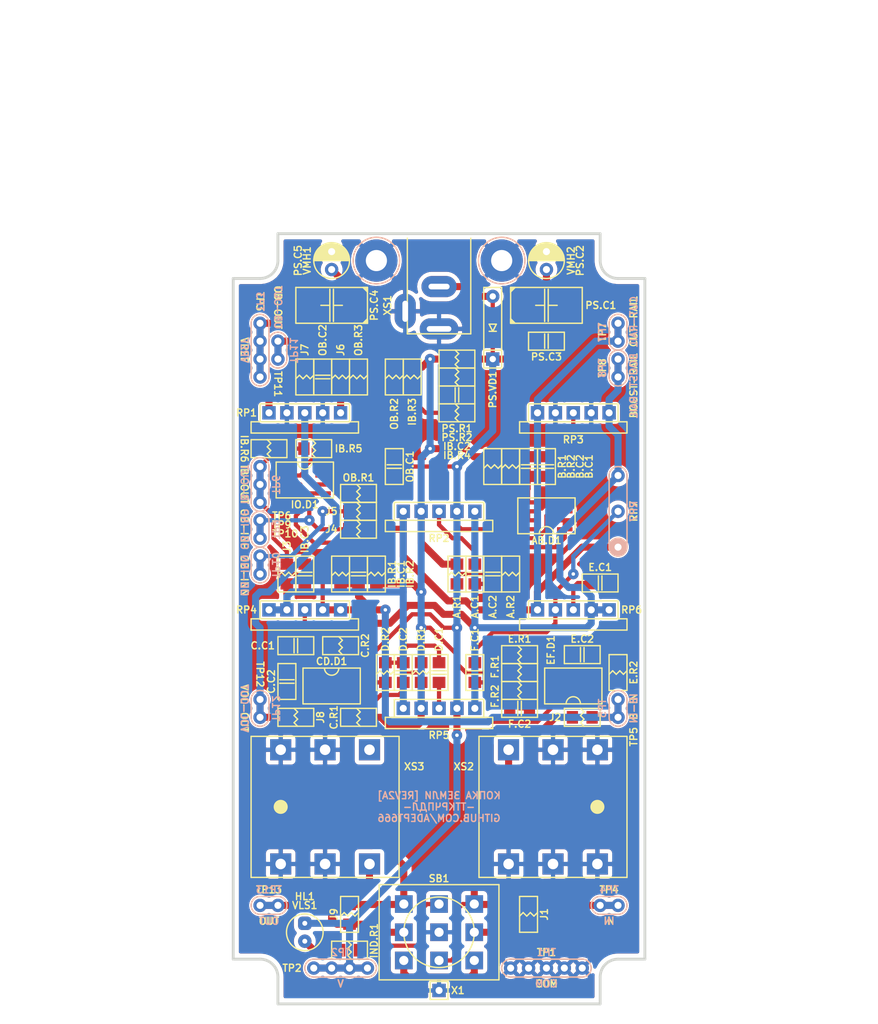
<source format=kicad_pcb>
(kicad_pcb (version 20171130) (host pcbnew 5.1.12-84ad8e8a86~92~ubuntu20.04.1)
  (title_block (title "Копка Земли (Down-Tuned)") (date 2023-04-06) (rev 2A) (company "Igor Ivanov") (comment 1 https://github.com/Adept666) (comment 2 "This project is licensed under GNU General Public License v3.0 or later"))
  (layers (0 F.Cu jumper) (31 B.Cu signal) (36 B.SilkS user) (37 F.SilkS user) (38 B.Mask user) (39 F.Mask user) (44 Edge.Cuts user))
  (net 0 "")
  (net 1 COM)
  (net 2 "Net-(HL1-PadC)")
  (net 3 /LED)
  (net 4 "Net-(SB1-PadNC1)")
  (net 5 V)
  (net 6 "Net-(XS3-PadTN)")
  (net 7 "Net-(A.C1-Pad2)")
  (net 8 "Net-(A.C1-Pad1)")
  (net 9 "Net-(A.C2-Pad2)")
  (net 10 VREF)
  (net 11 "Net-(A.R2-Pad2)")
  (net 12 "Net-(AB.D1-Pad6)")
  (net 13 "Net-(AB.D1-Pad5)")
  (net 14 "Net-(B.C1-Pad2)")
  (net 15 "Net-(B.C1-Pad1)")
  (net 16 "Net-(C.C1-Pad2)")
  (net 17 "Net-(C.C1-Pad1)")
  (net 18 "Net-(C.C2-Pad2)")
  (net 19 "Net-(C.R2-Pad2)")
  (net 20 "Net-(CD.D1-Pad6)")
  (net 21 "Net-(CD.D1-Pad5)")
  (net 22 "Net-(D.C1-Pad2)")
  (net 23 "Net-(D.C1-Pad1)")
  (net 24 "Net-(E.C1-Pad2)")
  (net 25 "Net-(E.C1-Pad1)")
  (net 26 "Net-(E.C2-Pad2)")
  (net 27 "Net-(IB.C1-Pad2)")
  (net 28 "Net-(IB.C2-Pad2)")
  (net 29 /CUT-RAIL)
  (net 30 "Net-(IB.R3-Pad2)")
  (net 31 "Net-(IB.R5-Pad2)")
  (net 32 "Net-(IO.D1-Pad7)")
  (net 33 /BOOST-RAIL)
  (net 34 "Net-(OB.C1-Pad2)")
  (net 35 "Net-(PS.VD1-PadA)")
  (net 36 "Net-(E.R2-Pad2)")
  (net 37 "Net-(EF.D1-Pad6)")
  (net 38 "Net-(EF.D1-Pad5)")
  (net 39 "Net-(F.C1-Pad2)")
  (net 40 "Net-(F.C1-Pad1)")
  (net 41 /IB-OUT)
  (net 42 /IB-IN)
  (net 43 /OB-OUT)
  (net 44 /CIR-IN)
  (net 45 /CIR-OUT)
  (net 46 /VOL-OUT)
  (net 47 /VOL-IN)
  (net 48 /VOL-COM)
  (net 49 /IN)
  (net 50 /OUT)
  (net 51 /OB-INP)
  (net 52 /OB-INN)
  (module KCL-VIRTUAL:VFM-1.0-3.0-SL (layer F.Cu) (at 82.55 195.58)
    (fp_text reference VFM2 hide)
    (fp_text value 1.0 hide)
    (pad "" smd circle (at 0 0) (size 1 1) (layers F.Cu F.Mask) (clearance 1.1))
  )
  (module KCL-VIRTUAL:VFM-1.0-3.0-SL (layer F.Cu) (at 128.27 195.58)
    (fp_text reference VFM3 hide)
    (fp_text value 1.0 hide)
    (pad "" smd circle (at 0 0) (size 1 1) (layers F.Cu F.Mask) (clearance 1.1))
  )
  (module KCL-VIRTUAL:VFM-1.0-3.0-SL (layer F.Cu) (at 128.27 101.6)
    (fp_text reference VFM1 hide)
    (fp_text value 1.0 hide)
    (pad "" smd circle (at 0 0) (size 1 1) (layers F.Cu F.Mask) (clearance 1.1))
  )
  (module SBKCL-TH-ML:CON-PJ-644C-IN-OR-OUT (layer F.Cu) (at 78.74 175.26 270)
    (fp_text reference XS3 (at -5.715 -21.59) (layer F.SilkS) (effects (font (thickness 0.2)) (justify left)))
    (fp_text value PJ-644C)
    (pad TN thru_hole rect (at -8.1 -16.8 270) (size 3 3) (drill 1.5) (layers *.Cu *.Mask) (net 6 "Net-(XS3-PadTN)"))
    (pad RN thru_hole rect (at -8.1 -10.5 270) (size 3 3) (drill 1.5) (layers *.Cu *.Mask) (net 1 COM))
    (pad SN thru_hole rect (at -8.1 -4.2 270) (size 3 3) (drill 1.5) (layers *.Cu *.Mask) (net 1 COM))
    (pad T thru_hole rect (at 8.1 -16.8 270) (size 3 3) (drill 1.5) (layers *.Cu *.Mask) (net 50 /OUT))
    (pad R thru_hole rect (at 8.1 -10.5 270) (size 3 3) (drill 1.5) (layers *.Cu *.Mask) (net 1 COM))
    (pad S thru_hole rect (at 8.1 -4.2 270) (size 3 3) (drill 1.5) (layers *.Cu *.Mask) (net 1 COM))
  )
  (module SBKCL-TH-ML:CON-PJ-644C-IN-OR-OUT (layer F.Cu) (at 132.08 175.26 90)
    (fp_text reference XS2 (at 5.715 -21.59 180) (layer F.SilkS) (effects (font (thickness 0.2)) (justify right)))
    (fp_text value PJ-644C)
    (pad TN thru_hole rect (at -8.1 -16.8 90) (size 3 3) (drill 1.5) (layers *.Cu *.Mask) (net 1 COM))
    (pad RN thru_hole rect (at -8.1 -10.5 90) (size 3 3) (drill 1.5) (layers *.Cu *.Mask) (net 1 COM))
    (pad SN thru_hole rect (at -8.1 -4.2 90) (size 3 3) (drill 1.5) (layers *.Cu *.Mask) (net 1 COM))
    (pad T thru_hole rect (at 8.1 -16.8 90) (size 3 3) (drill 1.5) (layers *.Cu *.Mask) (net 49 /IN))
    (pad R thru_hole rect (at 8.1 -10.5 90) (size 3 3) (drill 1.5) (layers *.Cu *.Mask) (net 1 COM))
    (pad S thru_hole rect (at 8.1 -4.2 90) (size 3 3) (drill 1.5) (layers *.Cu *.Mask) (net 1 COM))
  )
  (module KCL-TH-ML:TP-4-1.0-1.9 (layer F.Cu) (at 80.01 110.49 270)
    (fp_text reference TP3 (at -5.3975 0 270 unlocked) (layer F.SilkS) (effects (font (thickness 0.2)) (justify right)))
    (fp_text value VREF (at 0 2.2225 270 unlocked) (layer F.SilkS) (effects (font (thickness 0.2))))
    (fp_text user %V (at 0 2.2225 270 unlocked) (layer B.SilkS) (effects (font (thickness 0.2)) (justify mirror)))
    (fp_text user %R (at -5.3975 0 270 unlocked) (layer B.SilkS) (effects (font (thickness 0.2)) (justify left mirror)))
    (pad 1 thru_hole circle (at 3.81 0 270) (size 1.9 1.9) (drill 1) (layers *.Cu *.Mask) (net 10 VREF))
    (pad 1 thru_hole circle (at 1.27 0 270) (size 1.9 1.9) (drill 1) (layers *.Cu *.Mask) (net 10 VREF))
    (pad 1 thru_hole circle (at -1.27 0 270) (size 1.9 1.9) (drill 1) (layers *.Cu *.Mask) (net 10 VREF))
    (pad 1 thru_hole circle (at -3.81 0 270) (size 1.9 1.9) (drill 1) (layers *.Cu *.Mask) (net 10 VREF))
  )
  (module KCL-TH-ML:TP-2-1.0-1.9 (layer F.Cu) (at 82.55 110.49 270)
    (fp_text reference TP11 (at 2.8575 0 270 unlocked) (layer F.SilkS) (effects (font (thickness 0.2)) (justify left)))
    (fp_text value OB-OUT (at -2.8575 0 270 unlocked) (layer F.SilkS) (effects (font (thickness 0.2)) (justify right)))
    (fp_text user %R (at 0 -2.2225 270 unlocked) (layer B.SilkS) (effects (font (thickness 0.2)) (justify mirror)))
    (fp_text user %V (at -2.8575 0 270 unlocked) (layer B.SilkS) (effects (font (thickness 0.2)) (justify left mirror)))
    (pad 1 thru_hole circle (at -1.27 0 270) (size 1.9 1.9) (drill 1) (layers *.Cu *.Mask) (net 43 /OB-OUT))
    (pad 1 thru_hole circle (at 1.27 0 270) (size 1.9 1.9) (drill 1) (layers *.Cu *.Mask) (net 43 /OB-OUT))
  )
  (module KCL-TH-ML:TP-2-1.0-1.9 (layer F.Cu) (at 130.81 107.95 90)
    (fp_text reference TP7 (at 0 -2.2225 90 unlocked) (layer F.SilkS) (effects (font (thickness 0.2))))
    (fp_text value CUT-RAIL (at -2.2225 2.2225 90 unlocked) (layer F.SilkS) (effects (font (thickness 0.2)) (justify left)))
    (fp_text user %R (at 0 -2.2225 90 unlocked) (layer B.SilkS) (effects (font (thickness 0.2)) (justify mirror)))
    (fp_text user %V (at -2.2225 2.2225 90 unlocked) (layer B.SilkS) (effects (font (thickness 0.2)) (justify right mirror)))
    (pad 1 thru_hole circle (at -1.27 0 90) (size 1.9 1.9) (drill 1) (layers *.Cu *.Mask) (net 29 /CUT-RAIL))
    (pad 1 thru_hole circle (at 1.27 0 90) (size 1.9 1.9) (drill 1) (layers *.Cu *.Mask) (net 29 /CUT-RAIL))
  )
  (module KCL-TH-ML:TP-2-1.0-1.9 (layer F.Cu) (at 130.81 113.03 90)
    (fp_text reference TP8 (at 0 -2.2225 90 unlocked) (layer F.SilkS) (effects (font (thickness 0.2))))
    (fp_text value BOOST-RAIL (at 2.2225 2.2225 90 unlocked) (layer F.SilkS) (effects (font (thickness 0.2)) (justify right)))
    (fp_text user %R (at 0 -2.2225 90 unlocked) (layer B.SilkS) (effects (font (thickness 0.2)) (justify mirror)))
    (fp_text user %V (at 2.2225 2.2225 90 unlocked) (layer B.SilkS) (effects (font (thickness 0.2)) (justify left mirror)))
    (pad 1 thru_hole circle (at -1.27 0 90) (size 1.9 1.9) (drill 1) (layers *.Cu *.Mask) (net 33 /BOOST-RAIL))
    (pad 1 thru_hole circle (at 1.27 0 90) (size 1.9 1.9) (drill 1) (layers *.Cu *.Mask) (net 33 /BOOST-RAIL))
  )
  (module KCL-TH-ML:TP-3-1.0-1.9 (layer F.Cu) (at 80.01 129.54 270)
    (fp_text reference TP6 (at 4.445 -1.5875 unlocked) (layer F.SilkS) (effects (font (thickness 0.2)) (justify left)))
    (fp_text value IB-OUT (at 0 2.2225 270 unlocked) (layer F.SilkS) (effects (font (thickness 0.2))))
    (fp_text user %V (at 0 2.2225 270 unlocked) (layer B.SilkS) (effects (font (thickness 0.2)) (justify mirror)))
    (fp_text user %R (at 0 -2.2225 270 unlocked) (layer B.SilkS) (effects (font (thickness 0.2)) (justify mirror)))
    (pad 1 thru_hole circle (at 2.54 0 270) (size 1.9 1.9) (drill 1) (layers *.Cu *.Mask) (net 41 /IB-OUT))
    (pad 1 thru_hole circle (at 0 0 270) (size 1.9 1.9) (drill 1) (layers *.Cu *.Mask) (net 41 /IB-OUT))
    (pad 1 thru_hole circle (at -2.54 0 270) (size 1.9 1.9) (drill 1) (layers *.Cu *.Mask) (net 41 /IB-OUT))
  )
  (module KCL-TH-ML:TP-2-1.0-1.9 (layer F.Cu) (at 80.01 135.89 270)
    (fp_text reference TP9 (at -0.635 -1.5875 unlocked) (layer F.SilkS) (effects (font (thickness 0.2)) (justify left)))
    (fp_text value OB-INP (at 0 2.2225 270 unlocked) (layer F.SilkS) (effects (font (thickness 0.2))))
    (fp_text user %R (at 0 -2.2225 270 unlocked) (layer B.SilkS) (effects (font (thickness 0.2)) (justify mirror)))
    (fp_text user %V (at 0 2.2225 270 unlocked) (layer B.SilkS) (effects (font (thickness 0.2)) (justify mirror)))
    (pad 1 thru_hole circle (at -1.27 0 270) (size 1.9 1.9) (drill 1) (layers *.Cu *.Mask) (net 51 /OB-INP))
    (pad 1 thru_hole circle (at 1.27 0 270) (size 1.9 1.9) (drill 1) (layers *.Cu *.Mask) (net 51 /OB-INP))
  )
  (module KCL-TH-ML:TP-2-1.0-1.9 (layer F.Cu) (at 80.01 140.97 270)
    (fp_text reference TP10 (at -4.445 -1.5875 unlocked) (layer F.SilkS) (effects (font (thickness 0.2)) (justify left)))
    (fp_text value OB-INN (at -1.5875 2.2225 270 unlocked) (layer F.SilkS) (effects (font (thickness 0.2)) (justify left)))
    (fp_text user %R (at 0 -2.2225 270 unlocked) (layer B.SilkS) (effects (font (thickness 0.2)) (justify mirror)))
    (fp_text user %V (at -1.5875 2.2225 270 unlocked) (layer B.SilkS) (effects (font (thickness 0.2)) (justify right mirror)))
    (pad 1 thru_hole circle (at -1.27 0 270) (size 1.9 1.9) (drill 1) (layers *.Cu *.Mask) (net 52 /OB-INN))
    (pad 1 thru_hole circle (at 1.27 0 270) (size 1.9 1.9) (drill 1) (layers *.Cu *.Mask) (net 52 /OB-INN))
  )
  (module KCL-TH-ML:TP-2-1.0-1.9 (layer F.Cu) (at 80.01 161.29 270)
    (fp_text reference TP12 (at -2.8575 0 270 unlocked) (layer F.SilkS) (effects (font (thickness 0.2)) (justify right)))
    (fp_text value VOL-OUT (at 0 2.2225 270 unlocked) (layer F.SilkS) (effects (font (thickness 0.2))))
    (fp_text user %R (at 0 -2.2225 270 unlocked) (layer B.SilkS) (effects (font (thickness 0.2)) (justify mirror)))
    (fp_text user %V (at 0 2.2225 270 unlocked) (layer B.SilkS) (effects (font (thickness 0.2)) (justify mirror)))
    (pad 1 thru_hole circle (at -1.27 0 270) (size 1.9 1.9) (drill 1) (layers *.Cu *.Mask) (net 46 /VOL-OUT))
    (pad 1 thru_hole circle (at 1.27 0 270) (size 1.9 1.9) (drill 1) (layers *.Cu *.Mask) (net 46 /VOL-OUT))
  )
  (module KCL-TH-ML:TP-2-1.0-1.9 (layer F.Cu) (at 130.81 161.29 90)
    (fp_text reference TP5 (at -2.54 2.2225 90 unlocked) (layer F.SilkS) (effects (font (thickness 0.2)) (justify right)))
    (fp_text value IB-IN (at 0 2.2225 90 unlocked) (layer F.SilkS) (effects (font (thickness 0.2))))
    (fp_text user %R (at 0 -2.2225 90 unlocked) (layer B.SilkS) (effects (font (thickness 0.2)) (justify mirror)))
    (fp_text user %V (at 0 2.2225 90 unlocked) (layer B.SilkS) (effects (font (thickness 0.2)) (justify mirror)))
    (pad 1 thru_hole circle (at -1.27 0 90) (size 1.9 1.9) (drill 1) (layers *.Cu *.Mask) (net 42 /IB-IN))
    (pad 1 thru_hole circle (at 1.27 0 90) (size 1.9 1.9) (drill 1) (layers *.Cu *.Mask) (net 42 /IB-IN))
  )
  (module KCL-TH-ML:TP-2-1.0-1.9 (layer F.Cu) (at 81.28 189.23)
    (fp_text reference TP13 (at 0 -2.2225 unlocked) (layer F.SilkS) (effects (font (thickness 0.2))))
    (fp_text value OUT (at 0 2.2225 unlocked) (layer F.SilkS) (effects (font (thickness 0.2))))
    (fp_text user %R (at 0 -2.2225 unlocked) (layer B.SilkS) (effects (font (thickness 0.2)) (justify mirror)))
    (fp_text user %V (at 0 2.2225 unlocked) (layer B.SilkS) (effects (font (thickness 0.2)) (justify mirror)))
    (pad 1 thru_hole circle (at -1.27 0) (size 1.9 1.9) (drill 1) (layers *.Cu *.Mask) (net 50 /OUT))
    (pad 1 thru_hole circle (at 1.27 0) (size 1.9 1.9) (drill 1) (layers *.Cu *.Mask) (net 50 /OUT))
  )
  (module KCL-TH-ML:TP-2-1.0-1.9 (layer F.Cu) (at 129.54 189.23)
    (fp_text reference TP4 (at 0 -2.2225 unlocked) (layer F.SilkS) (effects (font (thickness 0.2))))
    (fp_text value IN (at 0 2.2225 unlocked) (layer F.SilkS) (effects (font (thickness 0.2))))
    (fp_text user %R (at 0 -2.2225 unlocked) (layer B.SilkS) (effects (font (thickness 0.2)) (justify mirror)))
    (fp_text user %V (at 0 2.2225 unlocked) (layer B.SilkS) (effects (font (thickness 0.2)) (justify mirror)))
    (pad 1 thru_hole circle (at -1.27 0) (size 1.9 1.9) (drill 1) (layers *.Cu *.Mask) (net 49 /IN))
    (pad 1 thru_hole circle (at 1.27 0) (size 1.9 1.9) (drill 1) (layers *.Cu *.Mask) (net 49 /IN))
  )
  (module KCL-TH-ML:TP-5-1.0-1.9 (layer F.Cu) (at 120.65 198.12)
    (fp_text reference TP1 (at 0 -2.2225 unlocked) (layer F.SilkS) (effects (font (thickness 0.2))))
    (fp_text value COM (at 0 2.2225 unlocked) (layer F.SilkS) (effects (font (thickness 0.2))))
    (fp_text user %V (at 0 2.2225 unlocked) (layer B.SilkS) (effects (font (thickness 0.2)) (justify mirror)))
    (fp_text user %R (at 0 -2.2225 unlocked) (layer B.SilkS) (effects (font (thickness 0.2)) (justify mirror)))
    (pad 1 thru_hole circle (at 5.08 0) (size 1.9 1.9) (drill 1) (layers *.Cu *.Mask) (net 1 COM))
    (pad 1 thru_hole circle (at 2.54 0) (size 1.9 1.9) (drill 1) (layers *.Cu *.Mask) (net 1 COM))
    (pad 1 thru_hole circle (at 0 0) (size 1.9 1.9) (drill 1) (layers *.Cu *.Mask) (net 1 COM))
    (pad 1 thru_hole circle (at -2.54 0) (size 1.9 1.9) (drill 1) (layers *.Cu *.Mask) (net 1 COM))
    (pad 1 thru_hole circle (at -5.08 0) (size 1.9 1.9) (drill 1) (layers *.Cu *.Mask) (net 1 COM))
  )
  (module KCL-TH-ML:TP-4-1.0-1.9 (layer F.Cu) (at 91.44 198.12)
    (fp_text reference TP2 (at -5.3975 0 unlocked) (layer F.SilkS) (effects (font (thickness 0.2)) (justify right)))
    (fp_text value V (at 0 2.2225 unlocked) (layer F.SilkS) (effects (font (thickness 0.2))))
    (fp_text user %V (at 0 2.2225 unlocked) (layer B.SilkS) (effects (font (thickness 0.2)) (justify mirror)))
    (fp_text user %R (at 0 -2.2225 unlocked) (layer B.SilkS) (effects (font (thickness 0.2)) (justify mirror)))
    (pad 1 thru_hole circle (at 3.81 0) (size 1.9 1.9) (drill 1) (layers *.Cu *.Mask) (net 5 V))
    (pad 1 thru_hole circle (at 1.27 0) (size 1.9 1.9) (drill 1) (layers *.Cu *.Mask) (net 5 V))
    (pad 1 thru_hole circle (at -1.27 0) (size 1.9 1.9) (drill 1) (layers *.Cu *.Mask) (net 5 V))
    (pad 1 thru_hole circle (at -3.81 0) (size 1.9 1.9) (drill 1) (layers *.Cu *.Mask) (net 5 V))
  )
  (module SBKCL-TH-ML:RP-EXTERNAL (layer F.Cu) (at 130.81 133.35 90)
    (fp_text reference RP7 (at 0 2.2225 90 unlocked) (layer F.SilkS) (effects (font (thickness 0.2))))
    (fp_text value X)
    (fp_text user %R (at 0 2.2225 90 unlocked) (layer B.SilkS) (effects (font (thickness 0.2)) (justify mirror)))
    (pad 2 thru_hole circle (at 0 0 90) (size 1.9 1.9) (drill 1) (layers *.Cu *.Mask) (net 40 "Net-(F.C1-Pad1)"))
    (pad 1 thru_hole circle (at -5.08 0 90) (size 1.9 1.9) (drill 1) (layers *.Cu *.Mask) (net 29 /CUT-RAIL))
    (pad 3 thru_hole circle (at 5.08 0 90) (size 1.9 1.9) (drill 1) (layers *.Cu *.Mask) (net 33 /BOOST-RAIL))
  )
  (module SBEL:B013_F1 (layer F.Cu) (at 105.41 148.59)
    (fp_text reference VE1 hide)
    (fp_text value B013 hide)
  )
  (module SBKCL-TH-ML:CON-DC-005-9V-OVAL (layer F.Cu) (at 105.41 93.98 180)
    (fp_text reference XS1 (at 7.3025 -10.16 270) (layer F.SilkS) (effects (font (thickness 0.2))))
    (fp_text value DC-005)
    (pad C thru_hole oval (at 0 -13.5 180) (size 5.5 3) (drill oval 3.5 0.8) (layers *.Cu *.Mask) (net 1 COM))
    (pad SN thru_hole oval (at 4.8 -11 180) (size 3 5) (drill oval 0.8 3) (layers *.Cu *.Mask) (net 1 COM))
    (pad S thru_hole oval (at 0 -7.5 180) (size 5 3) (drill oval 3 0.8) (layers *.Cu *.Mask) (net 35 "Net-(PS.VD1-PadA)"))
  )
  (module KCL-VIRTUAL:VLS-BR (layer F.Cu) (at 86.36 193.04)
    (fp_text reference VLS1 (at 0 -3.81) (layer F.SilkS) (effects (font (thickness 0.2))))
    (fp_text value BR-12.7)
  )
  (module KCL-SM:R-SM-1206 (layer F.Cu) (at 92.71 195.58 180)
    (fp_text reference IND.R1 (at -3.4925 -1.27 270) (layer F.SilkS) (effects (font (thickness 0.2)) (justify left)))
    (fp_text value 103)
    (pad 1 smd rect (at -1.4 0 180) (size 1.6 1.8) (layers F.Cu F.Mask) (net 3 /LED))
    (pad 2 smd rect (at 1.4 0 180) (size 1.6 1.8) (layers F.Cu F.Mask) (net 2 "Net-(HL1-PadC)"))
  )
  (module SBKCL-TH-ML:RPB-18-1x17-1.6-PNL-7.4-2.8 (layer F.Cu) (at 86.36 108.15)
    (fp_text reference RP1 (at -6.6675 11.23) (layer F.SilkS) (effects (font (thickness 0.2)) (justify right)))
    (fp_text value B50K)
    (pad 1 thru_hole rect (at -5.08 11.23) (size 1.9 1.9) (drill 1) (layers *.Cu *.Mask) (net 48 /VOL-COM))
    (pad NC1 thru_hole rect (at -2.54 11.23) (size 1.9 1.9) (drill 1) (layers *.Cu *.Mask) (net 1 COM))
    (pad 2 thru_hole rect (at 0 11.23) (size 1.9 1.9) (drill 1) (layers *.Cu *.Mask) (net 46 /VOL-OUT))
    (pad NC2 thru_hole rect (at 2.54 11.23) (size 1.9 1.9) (drill 1) (layers *.Cu *.Mask) (net 1 COM))
    (pad 3 thru_hole rect (at 5.08 11.23) (size 1.9 1.9) (drill 1) (layers *.Cu *.Mask) (net 47 /VOL-IN))
  )
  (module SBKCL-TH-ML:RPB-18-1x17-1.6-PNL-7.4-2.8 (layer F.Cu) (at 105.41 122.12)
    (fp_text reference RP2 (at 0 15.04) (layer F.SilkS) (effects (font (thickness 0.2))))
    (fp_text value B50K)
    (pad 3 thru_hole rect (at 5.08 11.23) (size 1.9 1.9) (drill 1) (layers *.Cu *.Mask) (net 33 /BOOST-RAIL))
    (pad NC2 thru_hole rect (at 2.54 11.23) (size 1.9 1.9) (drill 1) (layers *.Cu *.Mask) (net 5 V))
    (pad 2 thru_hole rect (at 0 11.23) (size 1.9 1.9) (drill 1) (layers *.Cu *.Mask) (net 8 "Net-(A.C1-Pad1)"))
    (pad NC1 thru_hole rect (at -2.54 11.23) (size 1.9 1.9) (drill 1) (layers *.Cu *.Mask) (net 10 VREF))
    (pad 1 thru_hole rect (at -5.08 11.23) (size 1.9 1.9) (drill 1) (layers *.Cu *.Mask) (net 29 /CUT-RAIL))
  )
  (module SBKCL-TH-ML:RPB-18-1x17-1.6-PNL-7.4-2.8 (layer F.Cu) (at 124.46 108.15)
    (fp_text reference RP3 (at 0 15.04) (layer F.SilkS) (effects (font (thickness 0.2))))
    (fp_text value B50K)
    (pad 3 thru_hole rect (at 5.08 11.23) (size 1.9 1.9) (drill 1) (layers *.Cu *.Mask) (net 33 /BOOST-RAIL))
    (pad NC2 thru_hole rect (at 2.54 11.23) (size 1.9 1.9) (drill 1) (layers *.Cu *.Mask) (net 1 COM))
    (pad 2 thru_hole rect (at 0 11.23) (size 1.9 1.9) (drill 1) (layers *.Cu *.Mask) (net 15 "Net-(B.C1-Pad1)"))
    (pad NC1 thru_hole rect (at -2.54 11.23) (size 1.9 1.9) (drill 1) (layers *.Cu *.Mask) (net 1 COM))
    (pad 1 thru_hole rect (at -5.08 11.23) (size 1.9 1.9) (drill 1) (layers *.Cu *.Mask) (net 29 /CUT-RAIL))
  )
  (module SBKCL-TH-ML:RPB-18-1x17-1.6-PNL-7.4-2.8 (layer F.Cu) (at 86.36 136.09)
    (fp_text reference RP4 (at -6.6675 11.23) (layer F.SilkS) (effects (font (thickness 0.2)) (justify right)))
    (fp_text value B50K)
    (pad 3 thru_hole rect (at 5.08 11.23) (size 1.9 1.9) (drill 1) (layers *.Cu *.Mask) (net 33 /BOOST-RAIL))
    (pad NC2 thru_hole rect (at 2.54 11.23) (size 1.9 1.9) (drill 1) (layers *.Cu *.Mask) (net 33 /BOOST-RAIL))
    (pad 2 thru_hole rect (at 0 11.23) (size 1.9 1.9) (drill 1) (layers *.Cu *.Mask) (net 17 "Net-(C.C1-Pad1)"))
    (pad NC1 thru_hole rect (at -2.54 11.23) (size 1.9 1.9) (drill 1) (layers *.Cu *.Mask) (net 29 /CUT-RAIL))
    (pad 1 thru_hole rect (at -5.08 11.23) (size 1.9 1.9) (drill 1) (layers *.Cu *.Mask) (net 29 /CUT-RAIL))
  )
  (module SBKCL-TH-ML:RPB-18-1x17-1.6-PNL-7.4-2.8 (layer F.Cu) (at 105.41 150.06)
    (fp_text reference RP5 (at 0 15.04) (layer F.SilkS) (effects (font (thickness 0.2))))
    (fp_text value B50K)
    (pad 3 thru_hole rect (at 5.08 11.23) (size 1.9 1.9) (drill 1) (layers *.Cu *.Mask) (net 33 /BOOST-RAIL))
    (pad NC2 thru_hole rect (at 2.54 11.23) (size 1.9 1.9) (drill 1) (layers *.Cu *.Mask) (net 5 V))
    (pad 2 thru_hole rect (at 0 11.23) (size 1.9 1.9) (drill 1) (layers *.Cu *.Mask) (net 23 "Net-(D.C1-Pad1)"))
    (pad NC1 thru_hole rect (at -2.54 11.23) (size 1.9 1.9) (drill 1) (layers *.Cu *.Mask) (net 10 VREF))
    (pad 1 thru_hole rect (at -5.08 11.23) (size 1.9 1.9) (drill 1) (layers *.Cu *.Mask) (net 29 /CUT-RAIL))
  )
  (module SBKCL-TH-ML:RPB-18-1x17-1.6-PNL-7.4-2.8 (layer F.Cu) (at 124.46 136.09)
    (fp_text reference RP6 (at 6.6675 11.23) (layer F.SilkS) (effects (font (thickness 0.2)) (justify left)))
    (fp_text value B50K)
    (pad 3 thru_hole rect (at 5.08 11.23) (size 1.9 1.9) (drill 1) (layers *.Cu *.Mask) (net 33 /BOOST-RAIL))
    (pad NC2 thru_hole rect (at 2.54 11.23) (size 1.9 1.9) (drill 1) (layers *.Cu *.Mask) (net 33 /BOOST-RAIL))
    (pad 2 thru_hole rect (at 0 11.23) (size 1.9 1.9) (drill 1) (layers *.Cu *.Mask) (net 25 "Net-(E.C1-Pad1)"))
    (pad NC1 thru_hole rect (at -2.54 11.23) (size 1.9 1.9) (drill 1) (layers *.Cu *.Mask) (net 40 "Net-(F.C1-Pad1)"))
    (pad 1 thru_hole rect (at -5.08 11.23) (size 1.9 1.9) (drill 1) (layers *.Cu *.Mask) (net 29 /CUT-RAIL))
  )
  (module KCL-TH-ML:CON-PAD-S-1.0-1.9 (layer F.Cu) (at 105.41 201.295)
    (fp_text reference X1 (at 1.5875 0) (layer F.SilkS) (effects (font (thickness 0.2)) (justify left)))
    (fp_text value COM)
    (pad 1 thru_hole rect (at 0 0) (size 1.9 1.9) (drill 1) (layers *.Cu *.Mask) (net 1 COM))
  )
  (module KCL-TH-ML:SW-PBS-24-302SP-2.5-PNL-13.0 (layer F.Cu) (at 105.41 193.04)
    (fp_text reference SB1 (at 0 -7.62) (layer F.SilkS) (effects (font (thickness 0.2))))
    (fp_text value PBS-24-302SP)
    (pad COM3 thru_hole rect (at 5 0) (size 2.5 2.5) (drill 1.3) (layers *.Cu *.Mask) (net 49 /IN))
    (pad NC3 thru_hole rect (at 5 4) (size 2.5 2.5) (drill 1.3) (layers *.Cu *.Mask) (net 4 "Net-(SB1-PadNC1)"))
    (pad NO3 thru_hole rect (at 5 -4) (size 2.5 2.5) (drill 1.3) (layers *.Cu *.Mask) (net 44 /CIR-IN))
    (pad COM2 thru_hole rect (at 0 0) (size 2.5 2.5) (drill 1.3) (layers *.Cu *.Mask) (net 1 COM))
    (pad NC2 thru_hole rect (at 0 4) (size 2.5 2.5) (drill 1.3) (layers *.Cu *.Mask) (net 44 /CIR-IN))
    (pad NO2 thru_hole rect (at 0 -4) (size 2.5 2.5) (drill 1.3) (layers *.Cu *.Mask) (net 3 /LED))
    (pad NO1 thru_hole rect (at -5 -4) (size 2.5 2.5) (drill 1.3) (layers *.Cu *.Mask) (net 45 /CIR-OUT))
    (pad COM1 thru_hole rect (at -5 0) (size 2.5 2.5) (drill 1.3) (layers *.Cu *.Mask) (net 50 /OUT))
    (pad NC1 thru_hole rect (at -5 4) (size 2.5 2.5) (drill 1.3) (layers *.Cu *.Mask) (net 4 "Net-(SB1-PadNC1)"))
  )
  (module KCL-TH-ML:LED-ROUND-05.0-UNI-SH-SPACER-PNL-5.3 (layer F.Cu) (at 86.36 193.04 90)
    (fp_text reference HL1 (at 5.08 0 180) (layer F.SilkS) (effects (font (thickness 0.2))))
    (fp_text value FYL-5013UWC)
    (pad C thru_hole circle (at -1.27 0 90) (size 1.9 1.9) (drill 0.7) (layers *.Cu *.Mask) (net 2 "Net-(HL1-PadC)"))
    (pad A thru_hole roundrect (at 1.27 0 90) (size 1.9 1.9) (drill 0.7) (layers *.Cu *.Mask) (roundrect_rratio 0.3) (net 5 V))
  )
  (module KCL-TH-ML:VMH-STA-DA5-PNL-3.0 (layer F.Cu) (at 96.52 97.79)
    (fp_text reference VMH1 (at -9.8425 0 90) (layer F.SilkS) (effects (font (thickness 0.2))))
    (fp_text value DI5M3x18)
    (pad 0 thru_hole circle (at 0 0) (size 6 6) (drill 3) (layers *.Cu *.Mask) (net 1 COM))
  )
  (module KCL-TH-ML:VMH-STA-DA5-PNL-3.0 (layer F.Cu) (at 114.3 97.79)
    (fp_text reference VMH2 (at 9.8425 0 90) (layer F.SilkS) (effects (font (thickness 0.2))))
    (fp_text value DI5M3x18)
    (pad 0 thru_hole circle (at 0 0) (size 6 6) (drill 3) (layers *.Cu *.Mask) (net 1 COM))
  )
  (module KCL-SM:C-SM-1206 (layer F.Cu) (at 110.49 142.24 270)
    (fp_text reference A.C1 (at 2.8575 0 270) (layer F.SilkS) (effects (font (thickness 0.2)) (justify right)))
    (fp_text value 225)
    (pad 2 smd rect (at 1.4 0 270) (size 1.6 1.8) (layers F.Cu F.Mask) (net 7 "Net-(A.C1-Pad2)"))
    (pad 1 smd rect (at -1.4 0 270) (size 1.6 1.8) (layers F.Cu F.Mask) (net 8 "Net-(A.C1-Pad1)"))
  )
  (module KCL-SM:C-SM-1206 (layer F.Cu) (at 113.03 142.24 90)
    (fp_text reference A.C2 (at -2.8575 0 90) (layer F.SilkS) (effects (font (thickness 0.2)) (justify right)))
    (fp_text value 473)
    (pad 1 smd rect (at -1.4 0 90) (size 1.6 1.8) (layers F.Cu F.Mask) (net 7 "Net-(A.C1-Pad2)"))
    (pad 2 smd rect (at 1.4 0 90) (size 1.6 1.8) (layers F.Cu F.Mask) (net 9 "Net-(A.C2-Pad2)"))
  )
  (module KCL-SM:R-SM-1206 (layer F.Cu) (at 107.95 142.24 270)
    (fp_text reference A.R1 (at 2.8575 0 270) (layer F.SilkS) (effects (font (thickness 0.2)) (justify right)))
    (fp_text value 124)
    (pad 2 smd rect (at 1.4 0 270) (size 1.6 1.8) (layers F.Cu F.Mask) (net 9 "Net-(A.C2-Pad2)"))
    (pad 1 smd rect (at -1.4 0 270) (size 1.6 1.8) (layers F.Cu F.Mask) (net 10 VREF))
  )
  (module KCL-SM:R-SM-1206 (layer F.Cu) (at 115.57 142.24 90)
    (fp_text reference A.R2 (at -2.8575 0 90) (layer F.SilkS) (effects (font (thickness 0.2)) (justify right)))
    (fp_text value 471)
    (pad 1 smd rect (at -1.4 0 90) (size 1.6 1.8) (layers F.Cu F.Mask) (net 7 "Net-(A.C1-Pad2)"))
    (pad 2 smd rect (at 1.4 0 90) (size 1.6 1.8) (layers F.Cu F.Mask) (net 11 "Net-(A.R2-Pad2)"))
  )
  (module KCL-SM:P-SO-08 (layer F.Cu) (at 120.65 133.985 180)
    (fp_text reference AB.D1 (at 0 -3.4925) (layer F.SilkS) (effects (font (thickness 0.2))))
    (fp_text value 4558)
    (pad 8 smd rect (at 2.6 -1.905 180) (size 2.2 0.6) (layers F.Cu F.Mask) (net 5 V))
    (pad 7 smd rect (at 2.6 -0.635 180) (size 2.2 0.6) (layers F.Cu F.Mask) (net 12 "Net-(AB.D1-Pad6)"))
    (pad 6 smd rect (at 2.6 0.635 180) (size 2.2 0.6) (layers F.Cu F.Mask) (net 12 "Net-(AB.D1-Pad6)"))
    (pad 5 smd rect (at 2.6 1.905 180) (size 2.2 0.6) (layers F.Cu F.Mask) (net 13 "Net-(AB.D1-Pad5)"))
    (pad 4 smd rect (at -2.6 1.905 180) (size 2.2 0.6) (layers F.Cu F.Mask) (net 1 COM))
    (pad 3 smd rect (at -2.6 0.635 180) (size 2.2 0.6) (layers F.Cu F.Mask) (net 9 "Net-(A.C2-Pad2)"))
    (pad 2 smd rect (at -2.6 -0.635 180) (size 2.2 0.6) (layers F.Cu F.Mask) (net 11 "Net-(A.R2-Pad2)"))
    (pad 1 smd rect (at -2.6 -1.905 180) (size 2.2 0.6) (layers F.Cu F.Mask) (net 11 "Net-(A.R2-Pad2)"))
  )
  (module KCL-SM:C-SM-1206 (layer F.Cu) (at 120.65 127 90)
    (fp_text reference B.C1 (at 0 6.0325 90) (layer F.SilkS) (effects (font (thickness 0.2))))
    (fp_text value 105)
    (pad 2 smd rect (at 1.4 0 90) (size 1.6 1.8) (layers F.Cu F.Mask) (net 14 "Net-(B.C1-Pad2)"))
    (pad 1 smd rect (at -1.4 0 90) (size 1.6 1.8) (layers F.Cu F.Mask) (net 15 "Net-(B.C1-Pad1)"))
  )
  (module KCL-SM:C-SM-1206 (layer F.Cu) (at 118.11 127 270)
    (fp_text reference B.C2 (at 0 -7.3025 270) (layer F.SilkS) (effects (font (thickness 0.2))))
    (fp_text value 333)
    (pad 1 smd rect (at -1.4 0 270) (size 1.6 1.8) (layers F.Cu F.Mask) (net 14 "Net-(B.C1-Pad2)"))
    (pad 2 smd rect (at 1.4 0 270) (size 1.6 1.8) (layers F.Cu F.Mask) (net 13 "Net-(AB.D1-Pad5)"))
  )
  (module KCL-SM:R-SM-1206 (layer F.Cu) (at 113.03 127 270)
    (fp_text reference B.R1 (at 0 -9.8425 270) (layer F.SilkS) (effects (font (thickness 0.2))))
    (fp_text value 104)
    (pad 2 smd rect (at 1.4 0 270) (size 1.6 1.8) (layers F.Cu F.Mask) (net 13 "Net-(AB.D1-Pad5)"))
    (pad 1 smd rect (at -1.4 0 270) (size 1.6 1.8) (layers F.Cu F.Mask) (net 10 VREF))
  )
  (module KCL-SM:R-SM-1206 (layer F.Cu) (at 115.57 127 270)
    (fp_text reference B.R2 (at 0 -8.5725 270) (layer F.SilkS) (effects (font (thickness 0.2))))
    (fp_text value 471)
    (pad 2 smd rect (at 1.4 0 270) (size 1.6 1.8) (layers F.Cu F.Mask) (net 12 "Net-(AB.D1-Pad6)"))
    (pad 1 smd rect (at -1.4 0 270) (size 1.6 1.8) (layers F.Cu F.Mask) (net 14 "Net-(B.C1-Pad2)"))
  )
  (module KCL-SM:C-SM-1206 (layer F.Cu) (at 85.09 152.4)
    (fp_text reference C.C1 (at -2.8575 0) (layer F.SilkS) (effects (font (thickness 0.2)) (justify right)))
    (fp_text value 154)
    (pad 2 smd rect (at 1.4 0) (size 1.6 1.8) (layers F.Cu F.Mask) (net 16 "Net-(C.C1-Pad2)"))
    (pad 1 smd rect (at -1.4 0) (size 1.6 1.8) (layers F.Cu F.Mask) (net 17 "Net-(C.C1-Pad1)"))
  )
  (module KCL-SM:C-SM-1206 (layer F.Cu) (at 83.82 157.48 270)
    (fp_text reference C.C2 (at 0 2.2225 270) (layer F.SilkS) (effects (font (thickness 0.2))))
    (fp_text value 682)
    (pad 1 smd rect (at -1.4 0 270) (size 1.6 1.8) (layers F.Cu F.Mask) (net 16 "Net-(C.C1-Pad2)"))
    (pad 2 smd rect (at 1.4 0 270) (size 1.6 1.8) (layers F.Cu F.Mask) (net 18 "Net-(C.C2-Pad2)"))
  )
  (module KCL-SM:R-SM-1206 (layer F.Cu) (at 93.98 162.56 180)
    (fp_text reference C.R1 (at 3.4925 0 270) (layer F.SilkS) (effects (font (thickness 0.2))))
    (fp_text value 104)
    (pad 2 smd rect (at 1.4 0 180) (size 1.6 1.8) (layers F.Cu F.Mask) (net 18 "Net-(C.C2-Pad2)"))
    (pad 1 smd rect (at -1.4 0 180) (size 1.6 1.8) (layers F.Cu F.Mask) (net 10 VREF))
  )
  (module KCL-SM:R-SM-1206 (layer F.Cu) (at 91.44 152.4)
    (fp_text reference C.R2 (at 3.4925 0 90) (layer F.SilkS) (effects (font (thickness 0.2))))
    (fp_text value 102)
    (pad 2 smd rect (at 1.4 0) (size 1.6 1.8) (layers F.Cu F.Mask) (net 19 "Net-(C.R2-Pad2)"))
    (pad 1 smd rect (at -1.4 0) (size 1.6 1.8) (layers F.Cu F.Mask) (net 16 "Net-(C.C1-Pad2)"))
  )
  (module KCL-SM:P-SO-08 (layer F.Cu) (at 90.17 158.115)
    (fp_text reference CD.D1 (at 0 -3.4925) (layer F.SilkS) (effects (font (thickness 0.2))))
    (fp_text value 4558)
    (pad 8 smd rect (at 2.6 -1.905) (size 2.2 0.6) (layers F.Cu F.Mask) (net 5 V))
    (pad 7 smd rect (at 2.6 -0.635) (size 2.2 0.6) (layers F.Cu F.Mask) (net 20 "Net-(CD.D1-Pad6)"))
    (pad 6 smd rect (at 2.6 0.635) (size 2.2 0.6) (layers F.Cu F.Mask) (net 20 "Net-(CD.D1-Pad6)"))
    (pad 5 smd rect (at 2.6 1.905) (size 2.2 0.6) (layers F.Cu F.Mask) (net 21 "Net-(CD.D1-Pad5)"))
    (pad 4 smd rect (at -2.6 1.905) (size 2.2 0.6) (layers F.Cu F.Mask) (net 1 COM))
    (pad 3 smd rect (at -2.6 0.635) (size 2.2 0.6) (layers F.Cu F.Mask) (net 18 "Net-(C.C2-Pad2)"))
    (pad 2 smd rect (at -2.6 -0.635) (size 2.2 0.6) (layers F.Cu F.Mask) (net 19 "Net-(C.R2-Pad2)"))
    (pad 1 smd rect (at -2.6 -1.905) (size 2.2 0.6) (layers F.Cu F.Mask) (net 19 "Net-(C.R2-Pad2)"))
  )
  (module KCL-SM:C-SM-1206 (layer F.Cu) (at 105.41 156.21 90)
    (fp_text reference D.C1 (at 2.8575 0 90) (layer F.SilkS) (effects (font (thickness 0.2)) (justify left)))
    (fp_text value 683)
    (pad 2 smd rect (at 1.4 0 90) (size 1.6 1.8) (layers F.Cu F.Mask) (net 22 "Net-(D.C1-Pad2)"))
    (pad 1 smd rect (at -1.4 0 90) (size 1.6 1.8) (layers F.Cu F.Mask) (net 23 "Net-(D.C1-Pad1)"))
  )
  (module KCL-SM:C-SM-1206 (layer F.Cu) (at 100.33 156.21 270)
    (fp_text reference D.C2 (at -2.8575 0 270) (layer F.SilkS) (effects (font (thickness 0.2)) (justify left)))
    (fp_text value 332)
    (pad 2 smd rect (at 1.4 0 270) (size 1.6 1.8) (layers F.Cu F.Mask) (net 21 "Net-(CD.D1-Pad5)"))
    (pad 1 smd rect (at -1.4 0 270) (size 1.6 1.8) (layers F.Cu F.Mask) (net 22 "Net-(D.C1-Pad2)"))
  )
  (module KCL-SM:R-SM-1206 (layer F.Cu) (at 102.87 156.21 90)
    (fp_text reference D.R1 (at 2.8575 0 90) (layer F.SilkS) (effects (font (thickness 0.2)) (justify left)))
    (fp_text value 104)
    (pad 2 smd rect (at 1.4 0 90) (size 1.6 1.8) (layers F.Cu F.Mask) (net 21 "Net-(CD.D1-Pad5)"))
    (pad 1 smd rect (at -1.4 0 90) (size 1.6 1.8) (layers F.Cu F.Mask) (net 10 VREF))
  )
  (module KCL-SM:R-SM-1206 (layer F.Cu) (at 97.79 156.21 270)
    (fp_text reference D.R2 (at -2.8575 0 270) (layer F.SilkS) (effects (font (thickness 0.2)) (justify left)))
    (fp_text value 102)
    (pad 2 smd rect (at 1.4 0 270) (size 1.6 1.8) (layers F.Cu F.Mask) (net 20 "Net-(CD.D1-Pad6)"))
    (pad 1 smd rect (at -1.4 0 270) (size 1.6 1.8) (layers F.Cu F.Mask) (net 22 "Net-(D.C1-Pad2)"))
  )
  (module KCL-SM:C-SM-1206 (layer F.Cu) (at 128.27 143.51)
    (fp_text reference E.C1 (at 0 -2.2225) (layer F.SilkS) (effects (font (thickness 0.2))))
    (fp_text value 223)
    (pad 2 smd rect (at 1.4 0) (size 1.6 1.8) (layers F.Cu F.Mask) (net 24 "Net-(E.C1-Pad2)"))
    (pad 1 smd rect (at -1.4 0) (size 1.6 1.8) (layers F.Cu F.Mask) (net 25 "Net-(E.C1-Pad1)"))
  )
  (module KCL-SM:C-SM-1206 (layer F.Cu) (at 125.73 153.67 180)
    (fp_text reference E.C2 (at 0 2.2225 180) (layer F.SilkS) (effects (font (thickness 0.2))))
    (fp_text value 681)
    (pad 1 smd rect (at -1.4 0 180) (size 1.6 1.8) (layers F.Cu F.Mask) (net 24 "Net-(E.C1-Pad2)"))
    (pad 2 smd rect (at 1.4 0 180) (size 1.6 1.8) (layers F.Cu F.Mask) (net 26 "Net-(E.C2-Pad2)"))
  )
  (module KCL-SM:P-SO-08 (layer F.Cu) (at 124.46 158.115 180)
    (fp_text reference EF.D1 (at 3.175 2.8575 270) (layer F.SilkS) (effects (font (thickness 0.2)) (justify left)))
    (fp_text value 4558)
    (pad 8 smd rect (at 2.6 -1.905 180) (size 2.2 0.6) (layers F.Cu F.Mask) (net 5 V))
    (pad 7 smd rect (at 2.6 -0.635 180) (size 2.2 0.6) (layers F.Cu F.Mask) (net 37 "Net-(EF.D1-Pad6)"))
    (pad 6 smd rect (at 2.6 0.635 180) (size 2.2 0.6) (layers F.Cu F.Mask) (net 37 "Net-(EF.D1-Pad6)"))
    (pad 5 smd rect (at 2.6 1.905 180) (size 2.2 0.6) (layers F.Cu F.Mask) (net 38 "Net-(EF.D1-Pad5)"))
    (pad 4 smd rect (at -2.6 1.905 180) (size 2.2 0.6) (layers F.Cu F.Mask) (net 1 COM))
    (pad 3 smd rect (at -2.6 0.635 180) (size 2.2 0.6) (layers F.Cu F.Mask) (net 26 "Net-(E.C2-Pad2)"))
    (pad 2 smd rect (at -2.6 -0.635 180) (size 2.2 0.6) (layers F.Cu F.Mask) (net 36 "Net-(E.R2-Pad2)"))
    (pad 1 smd rect (at -2.6 -1.905 180) (size 2.2 0.6) (layers F.Cu F.Mask) (net 36 "Net-(E.R2-Pad2)"))
  )
  (module KCL-SM:R-SM-1206 (layer F.Cu) (at 116.84 153.67)
    (fp_text reference E.R1 (at 0 -2.2225) (layer F.SilkS) (effects (font (thickness 0.2))))
    (fp_text value 104)
    (pad 2 smd rect (at 1.4 0) (size 1.6 1.8) (layers F.Cu F.Mask) (net 26 "Net-(E.C2-Pad2)"))
    (pad 1 smd rect (at -1.4 0) (size 1.6 1.8) (layers F.Cu F.Mask) (net 10 VREF))
  )
  (module KCL-SM:R-SM-1206 (layer F.Cu) (at 130.81 156.21 270)
    (fp_text reference E.R2 (at 0 -2.2225 270) (layer F.SilkS) (effects (font (thickness 0.2))))
    (fp_text value 102)
    (pad 2 smd rect (at 1.4 0 270) (size 1.6 1.8) (layers F.Cu F.Mask) (net 36 "Net-(E.R2-Pad2)"))
    (pad 1 smd rect (at -1.4 0 270) (size 1.6 1.8) (layers F.Cu F.Mask) (net 24 "Net-(E.C1-Pad2)"))
  )
  (module KCL-SM:C-SM-1206 (layer F.Cu) (at 93.98 142.24 90)
    (fp_text reference IB.C1 (at 0 6.0325 90) (layer F.SilkS) (effects (font (thickness 0.2))))
    (fp_text value 103)
    (pad 2 smd rect (at 1.4 0 90) (size 1.6 1.8) (layers F.Cu F.Mask) (net 27 "Net-(IB.C1-Pad2)"))
    (pad 1 smd rect (at -1.4 0 90) (size 1.6 1.8) (layers F.Cu F.Mask) (net 42 /IB-IN))
  )
  (module KCL-SM:C-SM-1206 (layer F.Cu) (at 107.95 116.84)
    (fp_text reference IB.C2 (at 0 7.3025) (layer F.SilkS) (effects (font (thickness 0.2))))
    (fp_text value 103)
    (pad 2 smd rect (at 1.4 0) (size 1.6 1.8) (layers F.Cu F.Mask) (net 28 "Net-(IB.C2-Pad2)"))
    (pad 1 smd rect (at -1.4 0) (size 1.6 1.8) (layers F.Cu F.Mask) (net 10 VREF))
  )
  (module KCL-SM:C-SM-1206 (layer F.Cu) (at 86.36 142.24 270)
    (fp_text reference IB.C3 (at -2.8575 0 270) (layer F.SilkS) (effects (font (thickness 0.2)) (justify left)))
    (fp_text value 151)
    (pad 2 smd rect (at 1.4 0 270) (size 1.6 1.8) (layers F.Cu F.Mask) (net 1 COM))
    (pad 1 smd rect (at -1.4 0 270) (size 1.6 1.8) (layers F.Cu F.Mask) (net 41 /IB-OUT))
  )
  (module KCL-SM:R-SM-1206 (layer F.Cu) (at 91.44 142.24 270)
    (fp_text reference IB.R1 (at 0 -7.3025 270) (layer F.SilkS) (effects (font (thickness 0.2))))
    (fp_text value 225)
    (pad 2 smd rect (at 1.4 0 270) (size 1.6 1.8) (layers F.Cu F.Mask) (net 42 /IB-IN))
    (pad 1 smd rect (at -1.4 0 270) (size 1.6 1.8) (layers F.Cu F.Mask) (net 1 COM))
  )
  (module KCL-SM:R-SM-1206 (layer F.Cu) (at 96.52 142.24 90)
    (fp_text reference IB.R2 (at 0 4.7625 90) (layer F.SilkS) (effects (font (thickness 0.2))))
    (fp_text value 474)
    (pad 2 smd rect (at 1.4 0 90) (size 1.6 1.8) (layers F.Cu F.Mask) (net 27 "Net-(IB.C1-Pad2)"))
    (pad 1 smd rect (at -1.4 0 90) (size 1.6 1.8) (layers F.Cu F.Mask) (net 10 VREF))
  )
  (module KCL-SM:R-SM-1206 (layer F.Cu) (at 101.6 114.3 270)
    (fp_text reference IB.R3 (at 2.8575 0 270) (layer F.SilkS) (effects (font (thickness 0.2)) (justify right)))
    (fp_text value 103)
    (pad 1 smd rect (at -1.4 0 270) (size 1.6 1.8) (layers F.Cu F.Mask) (net 10 VREF))
    (pad 2 smd rect (at 1.4 0 270) (size 1.6 1.8) (layers F.Cu F.Mask) (net 30 "Net-(IB.R3-Pad2)"))
  )
  (module KCL-SM:R-SM-1206 (layer F.Cu) (at 107.95 119.38 180)
    (fp_text reference IB.R4 (at 0 -6.0325 180) (layer F.SilkS) (effects (font (thickness 0.2))))
    (fp_text value 102)
    (pad 2 smd rect (at 1.4 0 180) (size 1.6 1.8) (layers F.Cu F.Mask) (net 30 "Net-(IB.R3-Pad2)"))
    (pad 1 smd rect (at -1.4 0 180) (size 1.6 1.8) (layers F.Cu F.Mask) (net 28 "Net-(IB.C2-Pad2)"))
  )
  (module KCL-SM:R-SM-1206 (layer F.Cu) (at 87.63 124.46 180)
    (fp_text reference IB.R5 (at -2.8575 0 180) (layer F.SilkS) (effects (font (thickness 0.2)) (justify left)))
    (fp_text value 103)
    (pad 2 smd rect (at 1.4 0 180) (size 1.6 1.8) (layers F.Cu F.Mask) (net 31 "Net-(IB.R5-Pad2)"))
    (pad 1 smd rect (at -1.4 0 180) (size 1.6 1.8) (layers F.Cu F.Mask) (net 30 "Net-(IB.R3-Pad2)"))
  )
  (module KCL-SM:R-SM-1206 (layer F.Cu) (at 81.28 124.46 180)
    (fp_text reference IB.R6 (at 3.4925 0 270 unlocked) (layer F.SilkS) (effects (font (thickness 0.2))))
    (fp_text value 103)
    (pad 1 smd rect (at -1.4 0 180) (size 1.6 1.8) (layers F.Cu F.Mask) (net 31 "Net-(IB.R5-Pad2)"))
    (pad 2 smd rect (at 1.4 0 180) (size 1.6 1.8) (layers F.Cu F.Mask) (net 41 /IB-OUT))
  )
  (module KCL-SM:P-SO-08 (layer F.Cu) (at 86.36 128.905)
    (fp_text reference IO.D1 (at 0 3.4925) (layer F.SilkS) (effects (font (thickness 0.2))))
    (fp_text value 4558)
    (pad 8 smd rect (at 2.6 -1.905) (size 2.2 0.6) (layers F.Cu F.Mask) (net 5 V))
    (pad 7 smd rect (at 2.6 -0.635) (size 2.2 0.6) (layers F.Cu F.Mask) (net 32 "Net-(IO.D1-Pad7)"))
    (pad 6 smd rect (at 2.6 0.635) (size 2.2 0.6) (layers F.Cu F.Mask) (net 52 /OB-INN))
    (pad 5 smd rect (at 2.6 1.905) (size 2.2 0.6) (layers F.Cu F.Mask) (net 51 /OB-INP))
    (pad 4 smd rect (at -2.6 1.905) (size 2.2 0.6) (layers F.Cu F.Mask) (net 1 COM))
    (pad 3 smd rect (at -2.6 0.635) (size 2.2 0.6) (layers F.Cu F.Mask) (net 27 "Net-(IB.C1-Pad2)"))
    (pad 2 smd rect (at -2.6 -0.635) (size 2.2 0.6) (layers F.Cu F.Mask) (net 30 "Net-(IB.R3-Pad2)"))
    (pad 1 smd rect (at -2.6 -1.905) (size 2.2 0.6) (layers F.Cu F.Mask) (net 31 "Net-(IB.R5-Pad2)"))
  )
  (module KCL-SM:C-SM-1206 (layer F.Cu) (at 99.06 127 90)
    (fp_text reference OB.C1 (at 0 2.2225 90) (layer F.SilkS) (effects (font (thickness 0.2))))
    (fp_text value 105)
    (pad 2 smd rect (at 1.4 0 90) (size 1.6 1.8) (layers F.Cu F.Mask) (net 34 "Net-(OB.C1-Pad2)"))
    (pad 1 smd rect (at -1.4 0 90) (size 1.6 1.8) (layers F.Cu F.Mask) (net 32 "Net-(IO.D1-Pad7)"))
  )
  (module KCL-SM:C-SM-1206 (layer F.Cu) (at 88.9 114.3 270)
    (fp_text reference OB.C2 (at -2.8575 0 270) (layer F.SilkS) (effects (font (thickness 0.2)) (justify left)))
    (fp_text value 103)
    (pad 2 smd rect (at 1.4 0 270) (size 1.6 1.8) (layers F.Cu F.Mask) (net 1 COM))
    (pad 1 smd rect (at -1.4 0 270) (size 1.6 1.8) (layers F.Cu F.Mask) (net 43 /OB-OUT))
  )
  (module KCL-SM:R-SM-1206 (layer F.Cu) (at 93.98 130.81)
    (fp_text reference OB.R1 (at 0 -2.2225) (layer F.SilkS) (effects (font (thickness 0.2))))
    (fp_text value 103)
    (pad 1 smd rect (at -1.4 0) (size 1.6 1.8) (layers F.Cu F.Mask) (net 52 /OB-INN))
    (pad 2 smd rect (at 1.4 0) (size 1.6 1.8) (layers F.Cu F.Mask) (net 32 "Net-(IO.D1-Pad7)"))
  )
  (module KCL-SM:R-SM-1206 (layer F.Cu) (at 99.06 114.3 90)
    (fp_text reference OB.R2 (at -2.8575 0 90) (layer F.SilkS) (effects (font (thickness 0.2)) (justify right)))
    (fp_text value 103)
    (pad 2 smd rect (at 1.4 0 90) (size 1.6 1.8) (layers F.Cu F.Mask) (net 43 /OB-OUT))
    (pad 1 smd rect (at -1.4 0 90) (size 1.6 1.8) (layers F.Cu F.Mask) (net 34 "Net-(OB.C1-Pad2)"))
  )
  (module KCL-SM:R-SM-1206 (layer F.Cu) (at 93.98 114.3 90)
    (fp_text reference OB.R3 (at 2.8575 0 90) (layer F.SilkS) (effects (font (thickness 0.2)) (justify left)))
    (fp_text value 103)
    (pad 2 smd rect (at 1.4 0 90) (size 1.6 1.8) (layers F.Cu F.Mask) (net 43 /OB-OUT))
    (pad 1 smd rect (at -1.4 0 90) (size 1.6 1.8) (layers F.Cu F.Mask) (net 1 COM))
  )
  (module KCL-SM:CP-CTSMD-D (layer F.Cu) (at 120.65 104.14)
    (fp_text reference PS.C1 (at 5.3975 0) (layer F.SilkS) (effects (font (thickness 0.2)) (justify left)))
    (fp_text value 107)
    (pad + smd rect (at -3.2 0) (size 2.6 2.4) (layers F.Cu F.Mask) (net 5 V))
    (pad - smd rect (at 3.2 0) (size 2.6 2.4) (layers F.Cu F.Mask) (net 1 COM))
  )
  (module KCL-SM:C-SM-1206 (layer F.Cu) (at 120.65 109.22)
    (fp_text reference PS.C3 (at 0 2.2225) (layer F.SilkS) (effects (font (thickness 0.2))))
    (fp_text value 104)
    (pad 2 smd rect (at 1.4 0) (size 1.6 1.8) (layers F.Cu F.Mask) (net 1 COM))
    (pad 1 smd rect (at -1.4 0) (size 1.6 1.8) (layers F.Cu F.Mask) (net 5 V))
  )
  (module KCL-SM:CP-CTSMD-D (layer F.Cu) (at 90.17 104.14 180)
    (fp_text reference PS.C4 (at -6.0325 0 270) (layer F.SilkS) (effects (font (thickness 0.2))))
    (fp_text value 476)
    (pad + smd rect (at -3.2 0 180) (size 2.6 2.4) (layers F.Cu F.Mask) (net 10 VREF))
    (pad - smd rect (at 3.2 0 180) (size 2.6 2.4) (layers F.Cu F.Mask) (net 1 COM))
  )
  (module KCL-SM:R-SM-1206 (layer F.Cu) (at 107.95 111.76)
    (fp_text reference PS.R1 (at 0 9.8425) (layer F.SilkS) (effects (font (thickness 0.2))))
    (fp_text value 473)
    (pad 2 smd rect (at 1.4 0) (size 1.6 1.8) (layers F.Cu F.Mask) (net 5 V))
    (pad 1 smd rect (at -1.4 0) (size 1.6 1.8) (layers F.Cu F.Mask) (net 10 VREF))
  )
  (module KCL-SM:R-SM-1206 (layer F.Cu) (at 107.95 114.3 180)
    (fp_text reference PS.R2 (at 0 -8.5725 180) (layer F.SilkS) (effects (font (thickness 0.2))))
    (fp_text value 473)
    (pad 2 smd rect (at 1.4 0 180) (size 1.6 1.8) (layers F.Cu F.Mask) (net 10 VREF))
    (pad 1 smd rect (at -1.4 0 180) (size 1.6 1.8) (layers F.Cu F.Mask) (net 1 COM))
  )
  (module KCL-SM:C-SM-1206 (layer F.Cu) (at 110.49 156.21 270)
    (fp_text reference F.C1 (at -2.8575 0 270) (layer F.SilkS) (effects (font (thickness 0.2)) (justify left)))
    (fp_text value X)
    (pad 2 smd rect (at 1.4 0 270) (size 1.6 1.8) (layers F.Cu F.Mask) (net 39 "Net-(F.C1-Pad2)"))
    (pad 1 smd rect (at -1.4 0 270) (size 1.6 1.8) (layers F.Cu F.Mask) (net 40 "Net-(F.C1-Pad1)"))
  )
  (module KCL-SM:C-SM-1206 (layer F.Cu) (at 116.84 161.29)
    (fp_text reference F.C2 (at 0 2.2225) (layer F.SilkS) (effects (font (thickness 0.2))))
    (fp_text value X)
    (pad 2 smd rect (at 1.4 0) (size 1.6 1.8) (layers F.Cu F.Mask) (net 38 "Net-(EF.D1-Pad5)"))
    (pad 1 smd rect (at -1.4 0) (size 1.6 1.8) (layers F.Cu F.Mask) (net 39 "Net-(F.C1-Pad2)"))
  )
  (module KCL-SM:R-SM-1206 (layer F.Cu) (at 116.84 156.21)
    (fp_text reference F.R1 (at -3.4925 0.9525 90) (layer F.SilkS) (effects (font (thickness 0.2)) (justify left)))
    (fp_text value X)
    (pad 2 smd rect (at 1.4 0) (size 1.6 1.8) (layers F.Cu F.Mask) (net 38 "Net-(EF.D1-Pad5)"))
    (pad 1 smd rect (at -1.4 0) (size 1.6 1.8) (layers F.Cu F.Mask) (net 10 VREF))
  )
  (module KCL-SM:R-SM-1206 (layer F.Cu) (at 116.84 158.75)
    (fp_text reference F.R2 (at -3.4925 -0.9525 90) (layer F.SilkS) (effects (font (thickness 0.2)) (justify right)))
    (fp_text value X)
    (pad 2 smd rect (at 1.4 0) (size 1.6 1.8) (layers F.Cu F.Mask) (net 37 "Net-(EF.D1-Pad6)"))
    (pad 1 smd rect (at -1.4 0) (size 1.6 1.8) (layers F.Cu F.Mask) (net 39 "Net-(F.C1-Pad2)"))
  )
  (module KCL-SM:R-SM-1206 (layer F.Cu) (at 118.11 190.5 90)
    (fp_text reference J1 (at 0 2.2225 90) (layer F.SilkS) (effects (font (thickness 0.2))))
    (fp_text value X)
    (pad 2 smd rect (at 1.4 0 90) (size 1.6 1.8) (layers F.Cu F.Mask) (net 44 /CIR-IN))
    (pad 1 smd rect (at -1.4 0 90) (size 1.6 1.8) (layers F.Cu F.Mask) (net 49 /IN))
  )
  (module KCL-SM:R-SM-1206 (layer F.Cu) (at 92.71 190.5 270)
    (fp_text reference J9 (at 0 2.2225 270) (layer F.SilkS) (effects (font (thickness 0.2))))
    (fp_text value X)
    (pad 2 smd rect (at 1.4 0 270) (size 1.6 1.8) (layers F.Cu F.Mask) (net 50 /OUT))
    (pad 1 smd rect (at -1.4 0 270) (size 1.6 1.8) (layers F.Cu F.Mask) (net 45 /CIR-OUT))
  )
  (module KCL-SM:R-SM-1206 (layer F.Cu) (at 83.82 142.24 270)
    (fp_text reference J3 (at -2.8575 0 270) (layer F.SilkS) (effects (font (thickness 0.2)) (justify left)))
    (fp_text value 0)
    (pad 2 smd rect (at 1.4 0 270) (size 1.6 1.8) (layers F.Cu F.Mask) (net 29 /CUT-RAIL))
    (pad 1 smd rect (at -1.4 0 270) (size 1.6 1.8) (layers F.Cu F.Mask) (net 41 /IB-OUT))
  )
  (module KCL-SM:R-SM-1206 (layer F.Cu) (at 93.98 135.89 180)
    (fp_text reference J4 (at 2.8575 0 180) (layer F.SilkS) (effects (font (thickness 0.2)) (justify right)))
    (fp_text value 0)
    (pad 2 smd rect (at 1.4 0 180) (size 1.6 1.8) (layers F.Cu F.Mask) (net 51 /OB-INP))
    (pad 1 smd rect (at -1.4 0 180) (size 1.6 1.8) (layers F.Cu F.Mask) (net 29 /CUT-RAIL))
  )
  (module KCL-SM:R-SM-1206 (layer F.Cu) (at 93.98 133.35 180)
    (fp_text reference J5 (at 2.8575 0 180) (layer F.SilkS) (effects (font (thickness 0.2)) (justify right)))
    (fp_text value 0)
    (pad 2 smd rect (at 1.4 0 180) (size 1.6 1.8) (layers F.Cu F.Mask) (net 52 /OB-INN))
    (pad 1 smd rect (at -1.4 0 180) (size 1.6 1.8) (layers F.Cu F.Mask) (net 33 /BOOST-RAIL))
  )
  (module KCL-TH-ML:CP-RADIAL-D05.0-P02.0-CLS (layer F.Cu) (at 120.65 97.79 90)
    (fp_text reference PS.C2 (at 0 4.7625 90) (layer F.SilkS) (effects (font (thickness 0.2))))
    (fp_text value 107)
    (pad - thru_hole roundrect (at 1.27 0 90) (size 1.9 1.9) (drill 1) (layers *.Cu *.Mask) (roundrect_rratio 0.3) (net 1 COM))
    (pad + thru_hole circle (at -1.27 0 90) (size 1.9 1.9) (drill 1) (layers *.Cu *.Mask) (net 5 V))
  )
  (module KCL-TH-ML:CP-RADIAL-D05.0-P02.0-CLS (layer F.Cu) (at 90.17 97.79 90)
    (fp_text reference PS.C5 (at 0 -4.7625 90) (layer F.SilkS) (effects (font (thickness 0.2))))
    (fp_text value 476)
    (pad - thru_hole roundrect (at 1.27 0 90) (size 1.9 1.9) (drill 1) (layers *.Cu *.Mask) (roundrect_rratio 0.3) (net 1 COM))
    (pad + thru_hole circle (at -1.27 0 90) (size 1.9 1.9) (drill 1) (layers *.Cu *.Mask) (net 10 VREF))
  )
  (module KCL-SM:R-SM-1206 (layer F.Cu) (at 125.73 162.56)
    (fp_text reference J2 (at -2.8575 0) (layer F.SilkS) (effects (font (thickness 0.2)) (justify right)))
    (fp_text value 0)
    (pad 2 smd rect (at 1.4 0) (size 1.6 1.8) (layers F.Cu F.Mask) (net 42 /IB-IN))
    (pad 1 smd rect (at -1.4 0) (size 1.6 1.8) (layers F.Cu F.Mask) (net 44 /CIR-IN))
  )
  (module KCL-SM:R-SM-1206 (layer F.Cu) (at 85.09 162.56)
    (fp_text reference J8 (at 3.4925 0 90) (layer F.SilkS) (effects (font (thickness 0.2))))
    (fp_text value 0)
    (pad 2 smd rect (at 1.4 0) (size 1.6 1.8) (layers F.Cu F.Mask) (net 45 /CIR-OUT))
    (pad 1 smd rect (at -1.4 0) (size 1.6 1.8) (layers F.Cu F.Mask) (net 46 /VOL-OUT))
  )
  (module KCL-SM:R-SM-1206 (layer F.Cu) (at 91.44 114.3 270)
    (fp_text reference J6 (at -2.8575 0 270) (layer F.SilkS) (effects (font (thickness 0.2)) (justify left)))
    (fp_text value 0)
    (pad 2 smd rect (at 1.4 0 270) (size 1.6 1.8) (layers F.Cu F.Mask) (net 47 /VOL-IN))
    (pad 1 smd rect (at -1.4 0 270) (size 1.6 1.8) (layers F.Cu F.Mask) (net 43 /OB-OUT))
  )
  (module KCL-SM:R-SM-1206 (layer F.Cu) (at 86.36 114.3 270)
    (fp_text reference J7 (at -2.8575 0 270) (layer F.SilkS) (effects (font (thickness 0.2)) (justify left)))
    (fp_text value 0)
    (pad 2 smd rect (at 1.4 0 270) (size 1.6 1.8) (layers F.Cu F.Mask) (net 1 COM))
    (pad 1 smd rect (at -1.4 0 270) (size 1.6 1.8) (layers F.Cu F.Mask) (net 48 /VOL-COM))
  )
  (module SBKCL-TH-ML:P-SOD-123-OR-DO-41 (layer F.Cu) (at 113.03 107.315 270)
    (fp_text reference PS.VD1 (at 6.0325 0 270) (layer F.SilkS) (effects (font (thickness 0.2)) (justify right)))
    (fp_text value 0520)
    (pad C thru_hole rect (at 4.445 0 270) (size 1.9 1.9) (drill 0.9) (layers *.Cu *.Mask) (net 5 V))
    (pad A thru_hole circle (at -4.445 0 270) (size 1.9 1.9) (drill 0.9) (layers *.Cu *.Mask) (net 35 "Net-(PS.VD1-PadA)"))
    (pad C smd rect (at 1.7 0 270) (size 1.6 0.8) (layers F.Cu F.Mask) (net 5 V))
    (pad A smd rect (at -1.7 0 270) (size 1.6 0.8) (layers F.Cu F.Mask) (net 35 "Net-(PS.VD1-PadA)"))
  )
  (gr_arc (start 80.01 97.79) (end 80.01 100.33) (angle -90) (layer Edge.Cuts) (width 0.4))
  (gr_arc (start 130.81 97.79) (end 128.27 97.79) (angle -90) (layer Edge.Cuts) (width 0.4))
  (gr_arc (start 80.01 199.39) (end 82.55 199.39) (angle -90) (layer Edge.Cuts) (width 0.4))
  (gr_arc (start 130.81 199.39) (end 130.81 196.85) (angle -90) (layer Edge.Cuts) (width 0.4))
  (gr_line (start 128.27 199.39) (end 128.27 203.2) (layer Edge.Cuts) (width 0.4))
  (gr_line (start 82.55 199.39) (end 82.55 203.2) (layer Edge.Cuts) (width 0.4))
  (gr_line (start 130.81 196.85) (end 134.62 196.85) (layer Edge.Cuts) (width 0.4))
  (gr_line (start 76.2 196.85) (end 80.01 196.85) (layer Edge.Cuts) (width 0.4))
  (gr_line (start 128.27 93.98) (end 128.27 97.79) (layer Edge.Cuts) (width 0.4))
  (gr_line (start 82.55 93.98) (end 82.55 97.79) (layer Edge.Cuts) (width 0.4))
  (gr_line (start 130.81 100.33) (end 134.62 100.33) (layer Edge.Cuts) (width 0.4))
  (gr_line (start 76.2 100.33) (end 80.01 100.33) (layer Edge.Cuts) (width 0.4))
  (gr_text "КОПКА ЗЕМЛИ [REV2A]\n-ТТКРЧПДЛ-\nGITHUB.COM/ADEPT666" (at 105.41 175.26) (layer B.SilkS) (effects (font (size 1 1) (thickness 0.2)) (justify mirror)))
  (gr_line (start 134.62 100.33) (end 134.62 196.85) (layer Edge.Cuts) (width 0.4))
  (gr_line (start 76.2 100.33) (end 76.2 196.85) (layer Edge.Cuts) (width 0.4))
  (gr_line (start 82.55 203.2) (end 128.27 203.2) (layer Edge.Cuts) (width 0.4))
  (gr_line (start 82.55 93.98) (end 128.27 93.98) (layer Edge.Cuts) (width 0.4))
  (segment (start 127.06 156.21) (end 132.715 156.21) (width 0.6) (layer F.Cu) (net 1))
  (segment (start 86.36 143.64) (end 86.36 142.24) (width 0.6) (layer F.Cu) (net 1))
  (segment (start 86.36 142.24) (end 88.265 142.24) (width 0.6) (layer F.Cu) (net 1))
  (segment (start 81.915 142.24) (end 86.36 142.24) (width 0.6) (layer F.Cu) (net 1))
  (segment (start 87.57 160.02) (end 87.57 160.595) (width 0.6) (layer F.Cu) (net 1))
  (segment (start 87.57 160.595) (end 88.265 161.29) (width 0.6) (layer F.Cu) (net 1))
  (segment (start 91.31 195.58) (end 87.63 195.58) (width 1) (layer F.Cu) (net 2))
  (segment (start 87.63 195.58) (end 86.36 194.31) (width 1) (layer F.Cu) (net 2))
  (segment (start 98.425 194.945) (end 102.235 194.945) (width 0.6) (layer F.Cu) (net 3))
  (segment (start 97.79 195.58) (end 98.425 194.945) (width 0.6) (layer F.Cu) (net 3))
  (segment (start 94.11 195.58) (end 97.79 195.58) (width 0.6) (layer F.Cu) (net 3))
  (segment (start 102.235 194.945) (end 102.87 194.31) (width 0.6) (layer F.Cu) (net 3))
  (segment (start 102.87 194.31) (end 102.87 189.865) (width 0.6) (layer F.Cu) (net 3))
  (segment (start 103.695 189.04) (end 102.87 189.865) (width 0.6) (layer F.Cu) (net 3))
  (segment (start 105.41 189.04) (end 103.695 189.04) (width 0.6) (layer F.Cu) (net 3))
  (segment (start 100.41 197.04) (end 100.41 198.835) (width 1) (layer F.Cu) (net 4))
  (segment (start 100.41 198.835) (end 100.965 199.39) (width 1) (layer F.Cu) (net 4))
  (segment (start 110.41 197.04) (end 110.41 198.835) (width 1) (layer F.Cu) (net 4))
  (segment (start 110.41 198.835) (end 109.855 199.39) (width 1) (layer F.Cu) (net 4))
  (segment (start 100.965 199.39) (end 109.855 199.39) (width 1) (layer F.Cu) (net 4))
  (via (at 107.95 149.86) (size 1.5) (drill 0.5) (layers F.Cu B.Cu) (net 5))
  (via (at 107.95 127) (size 1.5) (drill 0.5) (layers F.Cu B.Cu) (net 5))
  (segment (start 87.63 198.12) (end 90.17 198.12) (width 1) (layer B.Cu) (net 5))
  (segment (start 90.17 198.12) (end 92.71 198.12) (width 1) (layer B.Cu) (net 5))
  (segment (start 92.71 198.12) (end 95.25 198.12) (width 1) (layer B.Cu) (net 5))
  (segment (start 87.63 198.12) (end 90.17 198.12) (width 1) (layer F.Cu) (net 5))
  (segment (start 90.17 198.12) (end 92.71 198.12) (width 1) (layer F.Cu) (net 5))
  (segment (start 92.71 198.12) (end 95.25 198.12) (width 1) (layer F.Cu) (net 5))
  (segment (start 86.36 191.77) (end 92.71 191.77) (width 1) (layer B.Cu) (net 5))
  (segment (start 92.71 191.77) (end 92.71 198.12) (width 1) (layer B.Cu) (net 5))
  (via (at 107.95 165.1) (size 1.5) (drill 0.5) (layers F.Cu B.Cu) (net 5))
  (segment (start 107.95 165.1) (end 107.95 176.53) (width 1) (layer B.Cu) (net 5))
  (segment (start 92.71 191.77) (end 107.95 176.53) (width 1) (layer B.Cu) (net 5))
  (segment (start 107.95 161.29) (end 107.95 163.195) (width 1) (layer F.Cu) (net 5))
  (segment (start 107.95 163.195) (end 107.95 165.1) (width 1) (layer F.Cu) (net 5))
  (segment (start 113.03 109.015) (end 113.03 111.76) (width 0.6) (layer F.Cu) (net 5))
  (segment (start 109.35 111.76) (end 113.03 111.76) (width 1) (layer F.Cu) (net 5))
  (segment (start 119.25 109.22) (end 117.475 109.22) (width 1) (layer F.Cu) (net 5))
  (segment (start 117.475 109.22) (end 114.935 111.76) (width 1) (layer F.Cu) (net 5))
  (segment (start 113.03 111.76) (end 114.935 111.76) (width 1) (layer F.Cu) (net 5))
  (segment (start 119.25 109.22) (end 119.25 107.445) (width 1) (layer F.Cu) (net 5))
  (segment (start 119.25 107.445) (end 120.65 106.045) (width 1) (layer F.Cu) (net 5))
  (segment (start 117.45 104.14) (end 120.65 104.14) (width 1) (layer F.Cu) (net 5))
  (segment (start 120.65 104.14) (end 120.65 106.045) (width 1) (layer F.Cu) (net 5))
  (segment (start 120.65 99.06) (end 120.65 104.14) (width 1) (layer F.Cu) (net 5))
  (segment (start 88.96 127) (end 107.95 127) (width 0.6) (layer F.Cu) (net 5))
  (segment (start 107.95 133.35) (end 107.95 135.255) (width 0.6) (layer F.Cu) (net 5))
  (segment (start 108.585 135.89) (end 107.95 135.255) (width 0.6) (layer F.Cu) (net 5))
  (segment (start 118.05 135.89) (end 108.585 135.89) (width 0.6) (layer F.Cu) (net 5))
  (segment (start 113.03 121.92) (end 107.95 127) (width 1) (layer B.Cu) (net 5))
  (segment (start 113.03 111.76) (end 113.03 121.92) (width 1) (layer B.Cu) (net 5))
  (segment (start 107.95 127) (end 107.95 133.35) (width 1) (layer B.Cu) (net 5))
  (segment (start 107.95 133.35) (end 107.95 149.86) (width 1) (layer B.Cu) (net 5))
  (segment (start 107.95 149.86) (end 107.95 161.29) (width 1) (layer B.Cu) (net 5))
  (segment (start 119.38 163.195) (end 107.95 163.195) (width 0.6) (layer F.Cu) (net 5))
  (segment (start 121.86 160.715) (end 119.38 163.195) (width 0.6) (layer F.Cu) (net 5))
  (segment (start 121.86 160.02) (end 121.86 160.715) (width 0.6) (layer F.Cu) (net 5))
  (segment (start 92.77 156.21) (end 94.615 156.21) (width 0.6) (layer F.Cu) (net 5))
  (segment (start 94.615 156.21) (end 95.25 155.575) (width 0.6) (layer F.Cu) (net 5))
  (segment (start 95.25 155.575) (end 95.25 154.305) (width 0.6) (layer F.Cu) (net 5))
  (segment (start 95.25 154.305) (end 101.6 147.955) (width 0.6) (layer F.Cu) (net 5))
  (segment (start 104.14 147.955) (end 106.045 149.86) (width 0.6) (layer F.Cu) (net 5))
  (segment (start 101.6 147.955) (end 104.14 147.955) (width 0.6) (layer F.Cu) (net 5))
  (segment (start 106.045 149.86) (end 107.95 149.86) (width 0.6) (layer F.Cu) (net 5))
  (segment (start 113.03 143.64) (end 115.57 143.64) (width 0.6) (layer F.Cu) (net 7))
  (segment (start 110.49 143.64) (end 113.03 143.64) (width 0.6) (layer F.Cu) (net 7))
  (segment (start 105.41 133.35) (end 105.41 135.255) (width 0.6) (layer F.Cu) (net 8))
  (segment (start 110.49 140.84) (end 110.49 139.065) (width 0.6) (layer F.Cu) (net 8))
  (segment (start 110.49 139.065) (end 108.585 137.16) (width 0.6) (layer F.Cu) (net 8))
  (segment (start 105.41 135.255) (end 107.315 137.16) (width 0.6) (layer F.Cu) (net 8))
  (segment (start 107.315 137.16) (end 108.585 137.16) (width 0.6) (layer F.Cu) (net 8))
  (segment (start 123.25 133.35) (end 121.285 133.35) (width 0.6) (layer F.Cu) (net 9))
  (segment (start 121.285 133.35) (end 120.65 133.985) (width 0.6) (layer F.Cu) (net 9))
  (segment (start 119.38 137.16) (end 120.65 135.89) (width 0.6) (layer F.Cu) (net 9))
  (segment (start 120.65 133.985) (end 120.65 135.89) (width 0.6) (layer F.Cu) (net 9))
  (segment (start 113.03 139.065) (end 114.935 137.16) (width 0.6) (layer F.Cu) (net 9))
  (segment (start 119.38 137.16) (end 114.935 137.16) (width 0.6) (layer F.Cu) (net 9))
  (segment (start 113.03 140.84) (end 113.03 139.065) (width 0.6) (layer F.Cu) (net 9))
  (segment (start 107.95 143.64) (end 107.95 142.24) (width 0.6) (layer F.Cu) (net 9))
  (segment (start 113.03 140.84) (end 113.03 142.24) (width 0.6) (layer F.Cu) (net 9))
  (segment (start 107.95 142.24) (end 113.03 142.24) (width 0.6) (layer F.Cu) (net 9))
  (segment (start 106.55 114.3) (end 106.55 116.84) (width 1) (layer F.Cu) (net 10))
  (via (at 102.87 144.78) (size 1.5) (drill 0.5) (layers F.Cu B.Cu) (net 10))
  (via (at 102.87 149.86) (size 1.5) (drill 0.5) (layers F.Cu B.Cu) (net 10))
  (via (at 104.14 124.46) (size 1.5) (drill 0.5) (layers F.Cu B.Cu) (net 10))
  (via (at 104.14 111.76) (size 1.5) (drill 0.5) (layers F.Cu B.Cu) (net 10))
  (segment (start 80.01 106.68) (end 93.37 106.68) (width 1) (layer F.Cu) (net 10))
  (segment (start 93.37 104.14) (end 93.37 102.26) (width 1) (layer F.Cu) (net 10))
  (segment (start 93.37 102.26) (end 90.17 99.06) (width 1) (layer F.Cu) (net 10))
  (segment (start 93.37 104.14) (end 93.37 106.68) (width 1) (layer F.Cu) (net 10))
  (segment (start 103 112.9) (end 104.14 111.76) (width 1) (layer F.Cu) (net 10))
  (segment (start 101.6 112.9) (end 103 112.9) (width 1) (layer F.Cu) (net 10))
  (segment (start 80.01 106.68) (end 80.01 109.22) (width 1) (layer B.Cu) (net 10))
  (segment (start 80.01 109.22) (end 80.01 111.76) (width 1) (layer B.Cu) (net 10))
  (segment (start 80.01 111.76) (end 80.01 114.3) (width 1) (layer B.Cu) (net 10))
  (segment (start 80.01 106.68) (end 80.01 109.22) (width 1) (layer F.Cu) (net 10))
  (segment (start 80.01 109.22) (end 80.01 111.76) (width 1) (layer F.Cu) (net 10))
  (segment (start 80.01 111.76) (end 80.01 114.3) (width 1) (layer F.Cu) (net 10))
  (segment (start 101.6 112.9) (end 101.6 111.125) (width 1) (layer F.Cu) (net 10))
  (segment (start 101.6 111.125) (end 97.155 106.68) (width 1) (layer F.Cu) (net 10))
  (segment (start 93.37 106.68) (end 97.155 106.68) (width 1) (layer F.Cu) (net 10))
  (segment (start 104.14 111.76) (end 106.55 111.76) (width 1) (layer F.Cu) (net 10))
  (segment (start 106.55 111.76) (end 106.55 114.3) (width 1) (layer F.Cu) (net 10))
  (segment (start 107.95 140.84) (end 105.915 140.84) (width 1) (layer F.Cu) (net 10))
  (segment (start 105.915 140.84) (end 102.87 137.795) (width 1) (layer F.Cu) (net 10))
  (segment (start 102.87 133.35) (end 102.87 137.795) (width 1) (layer F.Cu) (net 10))
  (segment (start 101.73 143.64) (end 102.87 144.78) (width 1) (layer F.Cu) (net 10))
  (segment (start 96.52 143.64) (end 101.73 143.64) (width 1) (layer F.Cu) (net 10))
  (segment (start 110.36 125.6) (end 113.03 125.6) (width 1) (layer F.Cu) (net 10))
  (segment (start 109.22 124.46) (end 110.36 125.6) (width 1) (layer F.Cu) (net 10))
  (segment (start 104.14 124.46) (end 109.22 124.46) (width 1) (layer F.Cu) (net 10))
  (segment (start 104.14 111.76) (end 104.14 124.46) (width 1) (layer B.Cu) (net 10))
  (segment (start 102.87 125.73) (end 102.87 133.35) (width 1) (layer B.Cu) (net 10))
  (segment (start 104.14 124.46) (end 102.87 125.73) (width 1) (layer B.Cu) (net 10))
  (segment (start 102.87 133.35) (end 102.87 144.78) (width 1) (layer B.Cu) (net 10))
  (segment (start 115.44 153.67) (end 115.44 156.21) (width 1) (layer F.Cu) (net 10))
  (segment (start 107.95 154.94) (end 109.22 156.21) (width 0.6) (layer F.Cu) (net 10))
  (segment (start 109.22 156.21) (end 115.44 156.21) (width 0.6) (layer F.Cu) (net 10))
  (segment (start 107.95 153.67) (end 107.95 154.94) (width 0.6) (layer F.Cu) (net 10))
  (segment (start 104.14 149.86) (end 107.95 153.67) (width 0.6) (layer F.Cu) (net 10))
  (segment (start 102.87 149.86) (end 104.14 149.86) (width 0.6) (layer F.Cu) (net 10))
  (segment (start 102.87 157.61) (end 102.87 161.29) (width 1) (layer F.Cu) (net 10))
  (segment (start 102.87 144.78) (end 102.87 149.86) (width 1) (layer B.Cu) (net 10))
  (segment (start 102.87 149.86) (end 102.87 161.29) (width 1) (layer B.Cu) (net 10))
  (segment (start 102.87 161.29) (end 102.87 163.195) (width 1) (layer F.Cu) (net 10))
  (segment (start 102.87 163.195) (end 102.235 163.83) (width 1) (layer F.Cu) (net 10))
  (segment (start 102.235 163.83) (end 98.425 163.83) (width 1) (layer F.Cu) (net 10))
  (segment (start 97.155 162.56) (end 98.425 163.83) (width 1) (layer F.Cu) (net 10))
  (segment (start 95.38 162.56) (end 97.155 162.56) (width 1) (layer F.Cu) (net 10))
  (segment (start 123.25 134.62) (end 123.25 135.89) (width 0.6) (layer F.Cu) (net 11))
  (segment (start 115.57 139.065) (end 115.57 140.84) (width 0.6) (layer F.Cu) (net 11))
  (segment (start 116.205 138.43) (end 115.57 139.065) (width 0.6) (layer F.Cu) (net 11))
  (segment (start 123.25 137.1) (end 121.92 138.43) (width 0.6) (layer F.Cu) (net 11))
  (segment (start 121.92 138.43) (end 116.205 138.43) (width 0.6) (layer F.Cu) (net 11))
  (segment (start 123.25 135.89) (end 123.25 137.1) (width 0.6) (layer F.Cu) (net 11))
  (segment (start 118.05 133.35) (end 116.205 133.35) (width 0.6) (layer F.Cu) (net 12))
  (segment (start 116.205 133.35) (end 115.57 132.715) (width 0.6) (layer F.Cu) (net 12))
  (segment (start 115.57 128.4) (end 115.57 132.715) (width 0.6) (layer F.Cu) (net 12))
  (segment (start 118.05 133.35) (end 118.05 134.62) (width 0.6) (layer F.Cu) (net 12))
  (segment (start 113.03 128.4) (end 113.03 127) (width 0.6) (layer F.Cu) (net 13))
  (segment (start 118.11 128.4) (end 118.11 127) (width 0.6) (layer F.Cu) (net 13))
  (segment (start 113.03 127) (end 118.11 127) (width 0.6) (layer F.Cu) (net 13))
  (segment (start 118.11 128.4) (end 118.11 130.175) (width 0.6) (layer F.Cu) (net 13))
  (segment (start 118.05 130.235) (end 118.11 130.175) (width 0.6) (layer F.Cu) (net 13))
  (segment (start 118.05 132.08) (end 118.05 130.235) (width 0.6) (layer F.Cu) (net 13))
  (segment (start 118.11 125.6) (end 120.65 125.6) (width 0.6) (layer F.Cu) (net 14))
  (segment (start 115.57 125.6) (end 118.11 125.6) (width 0.6) (layer F.Cu) (net 14))
  (segment (start 120.65 128.4) (end 122.425 128.4) (width 0.6) (layer F.Cu) (net 15))
  (segment (start 122.425 128.4) (end 124.46 126.365) (width 0.6) (layer F.Cu) (net 15))
  (segment (start 124.46 119.38) (end 124.46 126.365) (width 0.6) (layer F.Cu) (net 15))
  (segment (start 86.49 152.4) (end 90.04 152.4) (width 0.6) (layer F.Cu) (net 16))
  (segment (start 83.82 156.08) (end 85.22 156.08) (width 0.6) (layer F.Cu) (net 16))
  (segment (start 86.49 154.81) (end 85.22 156.08) (width 0.6) (layer F.Cu) (net 16))
  (segment (start 86.49 152.4) (end 86.49 154.81) (width 0.6) (layer F.Cu) (net 16))
  (segment (start 86.36 147.32) (end 86.36 149.225) (width 0.6) (layer F.Cu) (net 17))
  (segment (start 86.36 149.225) (end 85.725 149.86) (width 0.6) (layer F.Cu) (net 17))
  (segment (start 83.69 152.4) (end 83.69 150.625) (width 0.6) (layer F.Cu) (net 17))
  (segment (start 83.69 150.625) (end 84.455 149.86) (width 0.6) (layer F.Cu) (net 17))
  (segment (start 84.455 149.86) (end 85.725 149.86) (width 0.6) (layer F.Cu) (net 17))
  (segment (start 87.57 158.75) (end 89.535 158.75) (width 0.6) (layer F.Cu) (net 18))
  (segment (start 89.535 158.75) (end 90.17 159.385) (width 0.6) (layer F.Cu) (net 18))
  (segment (start 92.58 162.56) (end 90.805 162.56) (width 0.6) (layer F.Cu) (net 18))
  (segment (start 90.805 162.56) (end 90.17 161.925) (width 0.6) (layer F.Cu) (net 18))
  (segment (start 90.17 159.385) (end 90.17 161.925) (width 0.6) (layer F.Cu) (net 18))
  (segment (start 87.57 158.75) (end 85.725 158.75) (width 0.6) (layer F.Cu) (net 18))
  (segment (start 85.595 158.88) (end 85.725 158.75) (width 0.6) (layer F.Cu) (net 18))
  (segment (start 83.82 158.88) (end 85.595 158.88) (width 0.6) (layer F.Cu) (net 18))
  (segment (start 92.84 152.4) (end 92.84 154.175) (width 0.6) (layer F.Cu) (net 19))
  (segment (start 92.84 154.175) (end 92.075 154.94) (width 0.6) (layer F.Cu) (net 19))
  (segment (start 87.57 156.21) (end 89.535 156.21) (width 0.6) (layer F.Cu) (net 19))
  (segment (start 89.535 156.21) (end 90.805 154.94) (width 0.6) (layer F.Cu) (net 19))
  (segment (start 90.805 154.94) (end 92.075 154.94) (width 0.6) (layer F.Cu) (net 19))
  (segment (start 87.57 156.21) (end 87.57 157.48) (width 0.6) (layer F.Cu) (net 19))
  (segment (start 95.38 157.61) (end 97.79 157.61) (width 0.6) (layer F.Cu) (net 20))
  (segment (start 95.25 157.48) (end 95.38 157.61) (width 0.6) (layer F.Cu) (net 20))
  (segment (start 92.77 157.48) (end 95.25 157.48) (width 0.6) (layer F.Cu) (net 20))
  (segment (start 92.77 157.48) (end 92.77 158.75) (width 0.6) (layer F.Cu) (net 20))
  (segment (start 100.33 157.61) (end 100.33 156.21) (width 0.6) (layer F.Cu) (net 21))
  (segment (start 102.87 154.81) (end 102.87 156.21) (width 0.6) (layer F.Cu) (net 21))
  (segment (start 100.33 156.21) (end 102.87 156.21) (width 0.6) (layer F.Cu) (net 21))
  (segment (start 100.33 158.75) (end 100.33 157.61) (width 0.6) (layer F.Cu) (net 21))
  (segment (start 99.695 159.385) (end 100.33 158.75) (width 0.6) (layer F.Cu) (net 21))
  (segment (start 97.155 159.385) (end 99.695 159.385) (width 0.6) (layer F.Cu) (net 21))
  (segment (start 96.52 160.02) (end 97.155 159.385) (width 0.6) (layer F.Cu) (net 21))
  (segment (start 92.77 160.02) (end 96.52 160.02) (width 0.6) (layer F.Cu) (net 21))
  (segment (start 100.33 154.81) (end 100.33 153.035) (width 0.6) (layer F.Cu) (net 22))
  (segment (start 100.33 153.035) (end 100.965 152.4) (width 0.6) (layer F.Cu) (net 22))
  (segment (start 100.965 152.4) (end 104.775 152.4) (width 0.6) (layer F.Cu) (net 22))
  (segment (start 104.775 152.4) (end 105.41 153.035) (width 0.6) (layer F.Cu) (net 22))
  (segment (start 105.41 154.81) (end 105.41 153.035) (width 0.6) (layer F.Cu) (net 22))
  (segment (start 97.79 154.81) (end 100.33 154.81) (width 0.6) (layer F.Cu) (net 22))
  (segment (start 105.41 157.61) (end 105.41 161.29) (width 0.6) (layer F.Cu) (net 23))
  (segment (start 131.445 143.51) (end 129.67 143.51) (width 0.6) (layer F.Cu) (net 24))
  (segment (start 132.08 144.145) (end 131.445 143.51) (width 0.6) (layer F.Cu) (net 24))
  (segment (start 132.08 147.955) (end 132.08 144.145) (width 0.6) (layer F.Cu) (net 24))
  (segment (start 130.81 149.225) (end 132.08 147.955) (width 0.6) (layer F.Cu) (net 24))
  (segment (start 130.81 154.81) (end 130.81 149.225) (width 0.6) (layer F.Cu) (net 24))
  (segment (start 129.41 154.81) (end 130.81 154.81) (width 0.6) (layer F.Cu) (net 24))
  (segment (start 128.27 153.67) (end 129.41 154.81) (width 0.6) (layer F.Cu) (net 24))
  (segment (start 127.13 153.67) (end 128.27 153.67) (width 0.6) (layer F.Cu) (net 24))
  (segment (start 126.87 143.51) (end 125.095 143.51) (width 0.6) (layer F.Cu) (net 25))
  (segment (start 125.095 143.51) (end 124.46 144.145) (width 0.6) (layer F.Cu) (net 25))
  (segment (start 124.46 144.145) (end 124.46 147.32) (width 0.6) (layer F.Cu) (net 25))
  (segment (start 118.24 153.67) (end 124.33 153.67) (width 0.6) (layer F.Cu) (net 26))
  (segment (start 127.06 157.48) (end 125.095 157.48) (width 0.6) (layer F.Cu) (net 26))
  (segment (start 124.33 156.715) (end 125.095 157.48) (width 0.6) (layer F.Cu) (net 26))
  (segment (start 124.33 153.67) (end 124.33 156.715) (width 0.6) (layer F.Cu) (net 26))
  (segment (start 93.98 140.84) (end 96.52 140.84) (width 0.6) (layer F.Cu) (net 27))
  (segment (start 83.76 129.54) (end 85.725 129.54) (width 0.6) (layer F.Cu) (net 27))
  (segment (start 85.725 133.35) (end 85.09 133.985) (width 0.6) (layer F.Cu) (net 27))
  (segment (start 85.725 129.54) (end 85.725 133.35) (width 0.6) (layer F.Cu) (net 27))
  (segment (start 85.09 133.985) (end 85.09 135.255) (width 0.6) (layer F.Cu) (net 27))
  (segment (start 85.09 135.255) (end 87.63 137.795) (width 0.6) (layer F.Cu) (net 27))
  (segment (start 87.63 137.795) (end 92.71 137.795) (width 0.6) (layer F.Cu) (net 27))
  (segment (start 92.71 137.795) (end 93.98 139.065) (width 0.6) (layer F.Cu) (net 27))
  (segment (start 93.98 140.84) (end 93.98 139.065) (width 0.6) (layer F.Cu) (net 27))
  (segment (start 109.35 116.84) (end 109.35 119.38) (width 0.6) (layer F.Cu) (net 28))
  (segment (start 119.25 119.25) (end 119.38 119.38) (width 0.6) (layer B.Cu) (net 29))
  (segment (start 130.81 106.68) (end 130.81 109.22) (width 1) (layer B.Cu) (net 29))
  (segment (start 130.81 106.68) (end 130.81 109.22) (width 1) (layer F.Cu) (net 29))
  (segment (start 127.635 109.22) (end 130.81 109.22) (width 1) (layer B.Cu) (net 29))
  (segment (start 119.38 117.475) (end 127.635 109.22) (width 1) (layer B.Cu) (net 29))
  (segment (start 119.38 119.38) (end 119.38 117.475) (width 1) (layer B.Cu) (net 29))
  (segment (start 83.82 143.64) (end 83.82 147.32) (width 1) (layer F.Cu) (net 29))
  (segment (start 119.38 147.32) (end 119.38 144.78) (width 1) (layer F.Cu) (net 29))
  (segment (start 119.38 144.78) (end 125.73 138.43) (width 1) (layer F.Cu) (net 29))
  (segment (start 125.73 138.43) (end 130.81 138.43) (width 1) (layer F.Cu) (net 29))
  (segment (start 95.38 135.89) (end 100.33 135.89) (width 1) (layer F.Cu) (net 29))
  (segment (start 100.33 133.35) (end 100.33 135.89) (width 1) (layer F.Cu) (net 29))
  (segment (start 119.38 119.38) (end 119.38 147.32) (width 1) (layer B.Cu) (net 29))
  (segment (start 81.28 147.32) (end 83.82 147.32) (width 1) (layer B.Cu) (net 29))
  (segment (start 83.82 147.32) (end 83.82 145.415) (width 1) (layer B.Cu) (net 29))
  (segment (start 83.82 145.415) (end 84.455 144.78) (width 1) (layer B.Cu) (net 29))
  (segment (start 84.455 144.78) (end 100.33 144.78) (width 1) (layer B.Cu) (net 29))
  (segment (start 100.33 133.35) (end 100.33 144.78) (width 1) (layer B.Cu) (net 29))
  (segment (start 100.33 144.78) (end 100.33 161.29) (width 1) (layer B.Cu) (net 29))
  (segment (start 116.84 147.32) (end 119.38 147.32) (width 1) (layer F.Cu) (net 29))
  (segment (start 110.49 147.32) (end 116.84 147.32) (width 1) (layer F.Cu) (net 29))
  (segment (start 109.22 146.05) (end 110.49 147.32) (width 1) (layer F.Cu) (net 29))
  (segment (start 106.68 146.05) (end 109.22 146.05) (width 1) (layer F.Cu) (net 29))
  (segment (start 100.33 139.7) (end 106.68 146.05) (width 1) (layer F.Cu) (net 29))
  (segment (start 100.33 135.89) (end 100.33 139.7) (width 1) (layer F.Cu) (net 29))
  (segment (start 103.505 119.38) (end 106.55 119.38) (width 0.6) (layer F.Cu) (net 30))
  (segment (start 101.6 117.475) (end 103.505 119.38) (width 0.6) (layer F.Cu) (net 30))
  (segment (start 101.6 115.7) (end 101.6 117.475) (width 0.6) (layer F.Cu) (net 30))
  (segment (start 85.725 128.27) (end 83.76 128.27) (width 0.6) (layer F.Cu) (net 30))
  (segment (start 86.36 127.635) (end 85.725 128.27) (width 0.6) (layer F.Cu) (net 30))
  (segment (start 86.36 127) (end 86.36 127.635) (width 0.6) (layer F.Cu) (net 30))
  (segment (start 87.63 125.73) (end 86.36 127) (width 0.6) (layer F.Cu) (net 30))
  (segment (start 87.63 124.46) (end 87.63 125.73) (width 0.6) (layer F.Cu) (net 30))
  (segment (start 89.03 124.46) (end 87.63 124.46) (width 0.6) (layer F.Cu) (net 30))
  (segment (start 93.345 124.46) (end 89.03 124.46) (width 0.6) (layer F.Cu) (net 30))
  (segment (start 97.155 114.935) (end 97.155 120.65) (width 0.6) (layer F.Cu) (net 30))
  (segment (start 97.79 114.3) (end 97.155 114.935) (width 0.6) (layer F.Cu) (net 30))
  (segment (start 97.155 120.65) (end 93.345 124.46) (width 0.6) (layer F.Cu) (net 30))
  (segment (start 101.6 114.3) (end 97.79 114.3) (width 0.6) (layer F.Cu) (net 30))
  (segment (start 101.6 115.7) (end 101.6 114.3) (width 0.6) (layer F.Cu) (net 30))
  (segment (start 83.76 126.1075) (end 84.455 125.4125) (width 0.6) (layer F.Cu) (net 31))
  (segment (start 83.76 127) (end 83.76 126.1075) (width 0.6) (layer F.Cu) (net 31))
  (segment (start 84.455 124.46) (end 84.455 125.4125) (width 0.6) (layer F.Cu) (net 31))
  (segment (start 82.68 124.46) (end 84.455 124.46) (width 0.6) (layer F.Cu) (net 31))
  (segment (start 84.455 124.46) (end 86.23 124.46) (width 0.6) (layer F.Cu) (net 31))
  (segment (start 95.38 130.81) (end 98.425 130.81) (width 0.6) (layer F.Cu) (net 32))
  (segment (start 98.425 130.81) (end 99.06 130.175) (width 0.6) (layer F.Cu) (net 32))
  (segment (start 99.06 128.4) (end 99.06 130.175) (width 0.6) (layer F.Cu) (net 32))
  (segment (start 95.38 130.81) (end 95.38 129.035) (width 0.6) (layer F.Cu) (net 32))
  (segment (start 95.38 129.035) (end 94.615 128.27) (width 0.6) (layer F.Cu) (net 32))
  (segment (start 88.96 128.27) (end 94.615 128.27) (width 0.6) (layer F.Cu) (net 32))
  (via (at 110.49 149.86) (size 1.5) (drill 0.5) (layers F.Cu B.Cu) (net 33))
  (segment (start 130.81 111.76) (end 130.81 114.3) (width 1) (layer B.Cu) (net 33))
  (segment (start 130.81 111.76) (end 130.81 114.3) (width 1) (layer F.Cu) (net 33))
  (segment (start 129.54 119.38) (end 129.54 117.475) (width 1) (layer B.Cu) (net 33))
  (segment (start 129.54 117.475) (end 130.81 116.205) (width 1) (layer B.Cu) (net 33))
  (segment (start 130.81 116.205) (end 130.81 114.3) (width 1) (layer B.Cu) (net 33))
  (segment (start 129.54 119.38) (end 129.54 121.285) (width 1) (layer B.Cu) (net 33))
  (segment (start 129.54 121.285) (end 130.81 122.555) (width 1) (layer B.Cu) (net 33))
  (segment (start 130.81 122.555) (end 130.81 128.27) (width 1) (layer B.Cu) (net 33))
  (segment (start 130.81 128.27) (end 122.555 136.525) (width 1) (layer B.Cu) (net 33))
  (segment (start 127 147.32) (end 129.54 147.32) (width 1) (layer B.Cu) (net 33))
  (segment (start 127 147.32) (end 127 145.415) (width 1) (layer B.Cu) (net 33))
  (segment (start 127 145.415) (end 125.73 144.145) (width 1) (layer B.Cu) (net 33))
  (segment (start 122.555 142.875) (end 123.825 144.145) (width 1) (layer B.Cu) (net 33))
  (segment (start 125.73 144.145) (end 123.825 144.145) (width 1) (layer B.Cu) (net 33))
  (segment (start 122.555 142.875) (end 122.555 136.525) (width 1) (layer B.Cu) (net 33))
  (segment (start 88.9 147.32) (end 91.44 147.32) (width 1) (layer F.Cu) (net 33))
  (segment (start 127 147.32) (end 127 149.225) (width 1) (layer B.Cu) (net 33))
  (segment (start 127 149.225) (end 126.365 149.86) (width 1) (layer B.Cu) (net 33))
  (segment (start 110.49 149.86) (end 126.365 149.86) (width 1) (layer B.Cu) (net 33))
  (segment (start 110.49 133.35) (end 110.49 149.86) (width 1) (layer B.Cu) (net 33))
  (segment (start 110.49 149.86) (end 110.49 161.29) (width 1) (layer B.Cu) (net 33))
  (segment (start 108.585 147.955) (end 110.49 149.86) (width 1) (layer F.Cu) (net 33))
  (segment (start 106.045 147.955) (end 108.585 147.955) (width 1) (layer F.Cu) (net 33))
  (segment (start 104.775 146.685) (end 106.045 147.955) (width 1) (layer F.Cu) (net 33))
  (segment (start 100.965 146.685) (end 104.775 146.685) (width 1) (layer F.Cu) (net 33))
  (segment (start 98.425 149.225) (end 100.965 146.685) (width 1) (layer F.Cu) (net 33))
  (segment (start 95.25 149.225) (end 98.425 149.225) (width 1) (layer F.Cu) (net 33))
  (segment (start 93.345 147.32) (end 95.25 149.225) (width 1) (layer F.Cu) (net 33))
  (segment (start 91.44 147.32) (end 93.345 147.32) (width 1) (layer F.Cu) (net 33))
  (segment (start 93.98 133.35) (end 95.38 133.35) (width 0.6) (layer F.Cu) (net 33))
  (segment (start 93.98 137.16) (end 93.98 133.35) (width 0.6) (layer F.Cu) (net 33))
  (segment (start 98.425 139.7) (end 97.155 138.43) (width 0.6) (layer F.Cu) (net 33))
  (segment (start 98.425 141.605) (end 98.425 139.7) (width 0.6) (layer F.Cu) (net 33))
  (segment (start 90.17 142.24) (end 97.79 142.24) (width 0.6) (layer F.Cu) (net 33))
  (segment (start 97.79 142.24) (end 98.425 141.605) (width 0.6) (layer F.Cu) (net 33))
  (segment (start 88.9 143.51) (end 90.17 142.24) (width 0.6) (layer F.Cu) (net 33))
  (segment (start 95.25 138.43) (end 93.98 137.16) (width 0.6) (layer F.Cu) (net 33))
  (segment (start 97.155 138.43) (end 95.25 138.43) (width 0.6) (layer F.Cu) (net 33))
  (segment (start 88.9 147.32) (end 88.9 143.51) (width 0.6) (layer F.Cu) (net 33))
  (segment (start 99.06 115.7) (end 99.06 125.6) (width 1) (layer F.Cu) (net 34))
  (segment (start 113.03 102.87) (end 113.03 105.615) (width 0.6) (layer F.Cu) (net 35))
  (segment (start 110.49 102.87) (end 113.03 102.87) (width 1) (layer F.Cu) (net 35))
  (segment (start 109.1 101.48) (end 110.49 102.87) (width 1) (layer F.Cu) (net 35))
  (segment (start 105.41 101.48) (end 109.1 101.48) (width 1) (layer F.Cu) (net 35))
  (segment (start 127.06 158.75) (end 128.905 158.75) (width 0.6) (layer F.Cu) (net 36))
  (segment (start 130.81 157.61) (end 128.905 157.61) (width 0.6) (layer F.Cu) (net 36))
  (segment (start 128.905 157.61) (end 128.905 158.75) (width 0.6) (layer F.Cu) (net 36))
  (segment (start 127.06 158.75) (end 127.06 160.02) (width 0.6) (layer F.Cu) (net 36))
  (segment (start 121.86 157.48) (end 121.86 158.75) (width 0.6) (layer F.Cu) (net 37))
  (segment (start 118.24 158.75) (end 121.86 158.75) (width 0.6) (layer F.Cu) (net 37))
  (segment (start 118.24 156.21) (end 121.86 156.21) (width 0.6) (layer F.Cu) (net 38))
  (segment (start 118.24 156.21) (end 116.84 156.21) (width 0.6) (layer F.Cu) (net 38))
  (segment (start 118.24 161.29) (end 116.84 161.29) (width 0.6) (layer F.Cu) (net 38))
  (segment (start 116.84 156.21) (end 116.84 161.29) (width 0.6) (layer F.Cu) (net 38))
  (segment (start 115.44 158.75) (end 115.44 161.29) (width 0.6) (layer F.Cu) (net 39))
  (segment (start 110.49 157.61) (end 112.525 157.61) (width 0.6) (layer F.Cu) (net 39))
  (segment (start 112.525 157.61) (end 113.665 158.75) (width 0.6) (layer F.Cu) (net 39))
  (segment (start 115.44 158.75) (end 113.665 158.75) (width 0.6) (layer F.Cu) (net 39))
  (segment (start 124.46 142.24) (end 121.92 144.78) (width 0.6) (layer F.Cu) (net 40))
  (segment (start 121.92 144.78) (end 121.92 147.32) (width 0.6) (layer F.Cu) (net 40))
  (via (at 124.46 142.24) (size 1.5) (drill 0.5) (layers F.Cu B.Cu) (net 40))
  (segment (start 130.81 133.35) (end 124.46 139.7) (width 0.6) (layer B.Cu) (net 40))
  (segment (start 124.46 139.7) (end 124.46 142.24) (width 0.6) (layer B.Cu) (net 40))
  (segment (start 121.92 149.225) (end 121.92 147.32) (width 0.6) (layer F.Cu) (net 40))
  (segment (start 120.65 150.495) (end 121.92 149.225) (width 0.6) (layer F.Cu) (net 40))
  (segment (start 110.49 153.035) (end 113.03 150.495) (width 0.6) (layer F.Cu) (net 40))
  (segment (start 113.03 150.495) (end 120.65 150.495) (width 0.6) (layer F.Cu) (net 40))
  (segment (start 110.49 154.81) (end 110.49 153.035) (width 0.6) (layer F.Cu) (net 40))
  (segment (start 79.88 124.46) (end 81.28 124.46) (width 0.6) (layer F.Cu) (net 41))
  (segment (start 80.01 127) (end 81.28 125.73) (width 0.6) (layer F.Cu) (net 41))
  (segment (start 81.28 124.46) (end 81.28 125.73) (width 0.6) (layer F.Cu) (net 41))
  (segment (start 80.01 127) (end 80.01 129.54) (width 1) (layer B.Cu) (net 41))
  (segment (start 80.01 129.54) (end 80.01 132.08) (width 1) (layer B.Cu) (net 41))
  (segment (start 80.01 127) (end 80.01 129.54) (width 1) (layer F.Cu) (net 41))
  (segment (start 80.01 129.54) (end 80.01 132.08) (width 1) (layer F.Cu) (net 41))
  (segment (start 83.82 140.84) (end 86.36 140.84) (width 0.6) (layer F.Cu) (net 41))
  (segment (start 83.82 140.84) (end 83.82 139.065) (width 0.6) (layer F.Cu) (net 41))
  (segment (start 83.82 139.065) (end 81.915 137.16) (width 0.6) (layer F.Cu) (net 41))
  (segment (start 80.01 132.08) (end 81.915 133.985) (width 0.6) (layer F.Cu) (net 41))
  (segment (start 81.915 133.985) (end 81.915 137.16) (width 0.6) (layer F.Cu) (net 41))
  (via (at 97.79 147.32) (size 1.5) (drill 0.5) (layers F.Cu B.Cu) (net 42))
  (segment (start 112.395 163.195) (end 113.03 162.56) (width 1) (layer B.Cu) (net 42))
  (segment (start 93.98 143.64) (end 93.98 145.415) (width 1) (layer F.Cu) (net 42))
  (segment (start 93.98 145.415) (end 95.885 147.32) (width 1) (layer F.Cu) (net 42))
  (segment (start 95.885 147.32) (end 97.79 147.32) (width 1) (layer F.Cu) (net 42))
  (segment (start 91.44 143.64) (end 93.98 143.64) (width 1) (layer F.Cu) (net 42))
  (segment (start 97.79 162.56) (end 98.425 163.195) (width 1) (layer B.Cu) (net 42))
  (segment (start 98.425 163.195) (end 112.395 163.195) (width 1) (layer B.Cu) (net 42))
  (segment (start 97.79 147.32) (end 97.79 162.56) (width 1) (layer B.Cu) (net 42))
  (segment (start 113.03 162.56) (end 130.81 162.56) (width 1) (layer B.Cu) (net 42))
  (segment (start 130.81 160.02) (end 130.81 162.56) (width 1) (layer B.Cu) (net 42))
  (segment (start 130.81 160.02) (end 130.81 162.56) (width 1) (layer F.Cu) (net 42))
  (segment (start 127.13 162.56) (end 130.81 162.56) (width 1) (layer F.Cu) (net 42))
  (segment (start 93.98 112.9) (end 99.06 112.9) (width 1) (layer F.Cu) (net 43))
  (segment (start 91.44 112.9) (end 93.98 112.9) (width 1) (layer F.Cu) (net 43))
  (segment (start 82.55 109.22) (end 82.55 111.76) (width 1) (layer F.Cu) (net 43))
  (segment (start 82.55 109.22) (end 82.55 111.76) (width 1) (layer B.Cu) (net 43))
  (segment (start 88.9 112.9) (end 88.9 111.125) (width 1) (layer F.Cu) (net 43))
  (segment (start 86.995 109.22) (end 88.9 111.125) (width 1) (layer F.Cu) (net 43))
  (segment (start 82.55 109.22) (end 86.995 109.22) (width 1) (layer F.Cu) (net 43))
  (segment (start 88.9 112.9) (end 91.44 112.9) (width 1) (layer F.Cu) (net 43))
  (segment (start 105.41 197.04) (end 107.125 197.04) (width 0.6) (layer F.Cu) (net 44))
  (segment (start 107.125 197.04) (end 107.95 196.215) (width 0.6) (layer F.Cu) (net 44))
  (segment (start 110.41 189.04) (end 108.775 189.04) (width 0.6) (layer F.Cu) (net 44))
  (segment (start 108.775 189.04) (end 107.95 189.865) (width 0.6) (layer F.Cu) (net 44))
  (segment (start 107.95 189.865) (end 107.95 196.215) (width 0.6) (layer F.Cu) (net 44))
  (segment (start 110.41 189.1) (end 118.11 189.1) (width 1) (layer F.Cu) (net 44))
  (segment (start 110.41 167.085) (end 110.41 189.04) (width 1) (layer F.Cu) (net 44))
  (segment (start 113.03 164.465) (end 110.41 167.085) (width 1) (layer F.Cu) (net 44))
  (segment (start 120.015 164.465) (end 113.03 164.465) (width 1) (layer F.Cu) (net 44))
  (segment (start 121.92 162.56) (end 120.015 164.465) (width 1) (layer F.Cu) (net 44))
  (segment (start 124.33 162.56) (end 121.92 162.56) (width 1) (layer F.Cu) (net 44))
  (segment (start 92.71 189.1) (end 100.41 189.1) (width 1) (layer F.Cu) (net 45))
  (segment (start 100.41 183.595) (end 100.41 189.04) (width 1) (layer F.Cu) (net 45))
  (segment (start 86.49 169.675) (end 100.41 183.595) (width 1) (layer F.Cu) (net 45))
  (segment (start 86.49 162.56) (end 86.49 169.675) (width 1) (layer F.Cu) (net 45))
  (segment (start 90.805 135.255) (end 81.28 144.78) (width 1) (layer B.Cu) (net 46))
  (segment (start 90.805 132.715) (end 90.805 135.255) (width 1) (layer B.Cu) (net 46))
  (segment (start 86.36 128.27) (end 90.805 132.715) (width 1) (layer B.Cu) (net 46))
  (segment (start 86.36 119.38) (end 86.36 128.27) (width 1) (layer B.Cu) (net 46))
  (segment (start 79.375 145.415) (end 80.01 144.78) (width 1) (layer B.Cu) (net 46))
  (segment (start 80.01 144.78) (end 81.28 144.78) (width 1) (layer B.Cu) (net 46))
  (segment (start 79.375 145.415) (end 79.375 149.225) (width 1) (layer B.Cu) (net 46))
  (segment (start 79.375 149.225) (end 80.01 149.86) (width 1) (layer B.Cu) (net 46))
  (segment (start 80.01 149.86) (end 80.01 160.02) (width 1) (layer B.Cu) (net 46))
  (segment (start 80.01 160.02) (end 80.01 162.56) (width 1) (layer B.Cu) (net 46))
  (segment (start 80.01 160.02) (end 80.01 162.56) (width 1) (layer F.Cu) (net 46))
  (segment (start 83.69 162.56) (end 80.01 162.56) (width 1) (layer F.Cu) (net 46))
  (segment (start 91.44 115.7) (end 91.44 119.38) (width 1) (layer F.Cu) (net 47))
  (segment (start 86.36 112.9) (end 84.585 112.9) (width 1) (layer F.Cu) (net 48))
  (segment (start 84.585 112.9) (end 81.28 116.205) (width 1) (layer F.Cu) (net 48))
  (segment (start 81.28 116.205) (end 81.28 119.38) (width 1) (layer F.Cu) (net 48))
  (segment (start 118.11 191.9) (end 114.17 191.9) (width 1) (layer F.Cu) (net 49))
  (segment (start 113.03 193.04) (end 114.17 191.9) (width 1) (layer F.Cu) (net 49))
  (segment (start 110.41 193.04) (end 113.03 193.04) (width 1) (layer F.Cu) (net 49))
  (segment (start 119.885 191.9) (end 120.65 191.135) (width 1) (layer F.Cu) (net 49))
  (segment (start 118.11 191.9) (end 119.885 191.9) (width 1) (layer F.Cu) (net 49))
  (segment (start 120.65 191.135) (end 120.65 189.23) (width 1) (layer F.Cu) (net 49))
  (segment (start 120.65 189.23) (end 128.27 189.23) (width 1) (layer F.Cu) (net 49))
  (segment (start 128.27 189.23) (end 130.81 189.23) (width 1) (layer F.Cu) (net 49))
  (segment (start 128.27 189.23) (end 130.81 189.23) (width 1) (layer B.Cu) (net 49))
  (segment (start 120.65 187.96) (end 120.65 189.23) (width 1) (layer F.Cu) (net 49))
  (segment (start 118.11 185.42) (end 120.65 187.96) (width 1) (layer F.Cu) (net 49))
  (segment (start 118.11 181.61) (end 118.11 185.42) (width 1) (layer F.Cu) (net 49))
  (segment (start 115.28 178.78) (end 118.11 181.61) (width 1) (layer F.Cu) (net 49))
  (segment (start 115.28 167.16) (end 115.28 178.78) (width 1) (layer F.Cu) (net 49))
  (segment (start 90.935 191.9) (end 90.17 191.135) (width 1) (layer F.Cu) (net 50))
  (segment (start 92.71 191.9) (end 90.935 191.9) (width 1) (layer F.Cu) (net 50))
  (segment (start 92.71 191.9) (end 96.65 191.9) (width 1) (layer F.Cu) (net 50))
  (segment (start 97.79 193.04) (end 96.65 191.9) (width 1) (layer F.Cu) (net 50))
  (segment (start 100.41 193.04) (end 97.79 193.04) (width 1) (layer F.Cu) (net 50))
  (segment (start 82.55 189.23) (end 90.17 189.23) (width 1) (layer F.Cu) (net 50))
  (segment (start 90.17 191.135) (end 90.17 189.23) (width 1) (layer F.Cu) (net 50))
  (segment (start 80.01 189.23) (end 82.55 189.23) (width 1) (layer F.Cu) (net 50))
  (segment (start 80.01 189.23) (end 82.55 189.23) (width 1) (layer B.Cu) (net 50))
  (segment (start 95.54 185.765) (end 95.54 183.36) (width 1) (layer F.Cu) (net 50))
  (segment (start 94.615 186.69) (end 95.54 185.765) (width 1) (layer F.Cu) (net 50))
  (segment (start 91.44 186.69) (end 94.615 186.69) (width 1) (layer F.Cu) (net 50))
  (segment (start 90.17 187.96) (end 91.44 186.69) (width 1) (layer F.Cu) (net 50))
  (segment (start 90.17 189.23) (end 90.17 187.96) (width 1) (layer F.Cu) (net 50))
  (via (at 86.995 134.62) (size 1.5) (drill 0.5) (layers F.Cu B.Cu) (net 51))
  (segment (start 80.01 134.62) (end 80.01 137.16) (width 1) (layer B.Cu) (net 51))
  (segment (start 80.01 134.62) (end 80.01 137.16) (width 1) (layer F.Cu) (net 51))
  (segment (start 86.995 134.62) (end 88.265 135.89) (width 0.6) (layer F.Cu) (net 51))
  (segment (start 92.58 135.89) (end 88.265 135.89) (width 0.6) (layer F.Cu) (net 51))
  (segment (start 88.96 130.81) (end 86.995 130.81) (width 0.6) (layer F.Cu) (net 51))
  (segment (start 86.995 130.81) (end 86.995 134.62) (width 0.6) (layer F.Cu) (net 51))
  (segment (start 80.01 134.62) (end 86.995 134.62) (width 0.6) (layer B.Cu) (net 51))
  (via (at 88.9 133.35) (size 1.5) (drill 0.5) (layers F.Cu B.Cu) (net 52))
  (segment (start 80.01 139.7) (end 80.01 142.24) (width 1) (layer B.Cu) (net 52))
  (segment (start 80.01 139.7) (end 80.01 142.24) (width 1) (layer F.Cu) (net 52))
  (segment (start 88.96 129.54) (end 90.805 129.54) (width 0.6) (layer F.Cu) (net 52))
  (segment (start 90.805 129.54) (end 90.805 130.81) (width 0.6) (layer F.Cu) (net 52))
  (segment (start 92.58 130.81) (end 90.805 130.81) (width 0.6) (layer F.Cu) (net 52))
  (segment (start 92.58 130.81) (end 92.58 133.35) (width 0.6) (layer F.Cu) (net 52))
  (segment (start 92.58 133.35) (end 88.9 133.35) (width 0.6) (layer F.Cu) (net 52))
  (segment (start 88.9 133.35) (end 88.9 135.255) (width 0.6) (layer B.Cu) (net 52))
  (segment (start 88.9 135.255) (end 84.455 139.7) (width 0.6) (layer B.Cu) (net 52))
  (segment (start 80.01 139.7) (end 84.455 139.7) (width 0.6) (layer B.Cu) (net 52))
  (zone (net 1) (net_name COM) (layer B.Cu) (connect_pads (clearance 0.6)) (min_thickness 0.5) (fill yes (arc_segments 32) (thermal_gap 0.6) (thermal_bridge_width 0.6))
    (polygon (pts (xy 74.93 92.71) (xy 135.89 92.71) (xy 135.89 204.47) (xy 74.93 204.47)))
  )
  (zone (net 1) (net_name COM) (layer F.Cu) (connect_pads (clearance 0.6)) (min_thickness 0.5) (fill yes (arc_segments 32) (thermal_gap 0.6) (thermal_bridge_width 0.6))
    (polygon (pts (xy 74.93 92.71) (xy 135.89 92.71) (xy 135.89 204.47) (xy 74.93 204.47)))
  )
)
</source>
